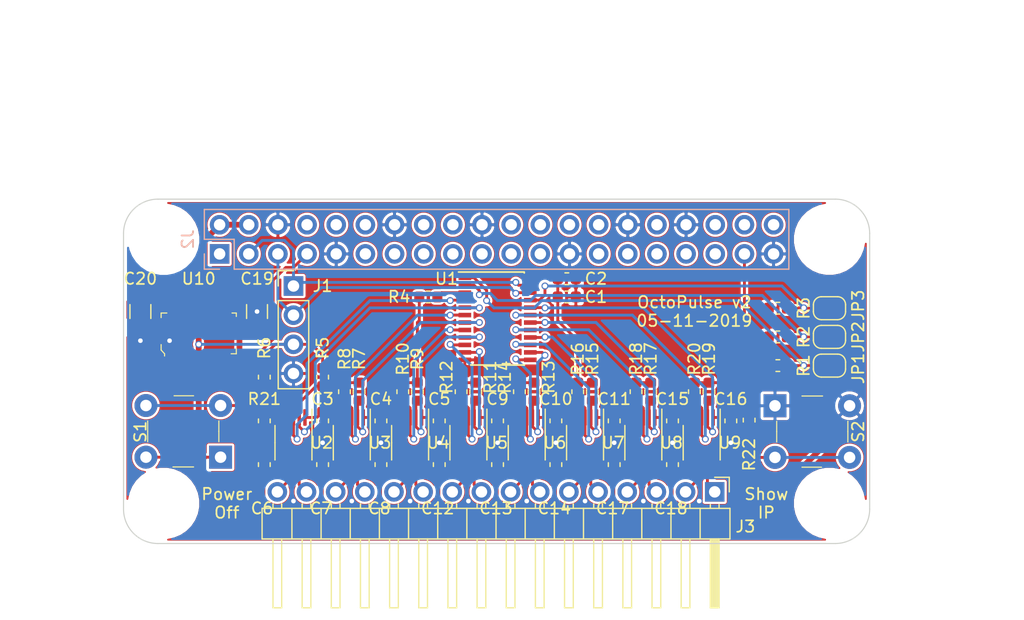
<source format=kicad_pcb>
(kicad_pcb (version 20171130) (host pcbnew "(5.1.4)-1")
  (layers (0 F.Cu signal) (31 B.Cu signal) (34 B.Paste user) (35 F.Paste user) (36 B.SilkS user) (37 F.SilkS user) (38 B.Mask user) (39 F.Mask user) (44 Edge.Cuts user))
  (net 0 "")
  (net 1 GND)
  (net 2 /SCL_PI)
  (net 3 /SDA_PI)
  (net 4 +3V3)
  (net 5 "Net-(C3-Pad1)")
  (net 6 "Net-(C4-Pad1)")
  (net 7 "Net-(C5-Pad1)")
  (net 8 "Net-(C9-Pad1)")
  (net 9 "Net-(C10-Pad1)")
  (net 10 "Net-(C11-Pad1)")
  (net 11 "Net-(C15-Pad1)")
  (net 12 "Net-(C16-Pad1)")
  (net 13 /MOT-7)
  (net 14 /MOT+7)
  (net 15 /MOT-6)
  (net 16 /MOT+6)
  (net 17 /MOT-5)
  (net 18 /MOT+5)
  (net 19 /MOT-4)
  (net 20 /MOT+4)
  (net 21 /MOT-3)
  (net 22 /MOT+3)
  (net 23 /MOT-2)
  (net 24 /MOT+2)
  (net 25 /MOT-1)
  (net 26 /MOT+1)
  (net 27 /MOT-0)
  (net 28 /MOT+0)
  (net 29 /A0)
  (net 30 /A1)
  (net 31 /A2)
  (net 32 "Net-(R4-Pad2)")
  (net 33 /SDA0)
  (net 34 /SCL0)
  (net 35 /SCL1)
  (net 36 /SDA1)
  (net 37 /SCL2)
  (net 38 /SDA2)
  (net 39 /SDA3)
  (net 40 /SCL3)
  (net 41 /SCL4)
  (net 42 /SDA4)
  (net 43 /SCL5)
  (net 44 /SDA5)
  (net 45 /SDA6)
  (net 46 /SCL6)
  (net 47 /SDA7)
  (net 48 /SCL7)
  (net 49 +5V)
  (net 50 /IP_BTN)
  (net 51 /SHDN_BTN)
  (module digikey-footprints:Switch_Tactile_THT_B3F-1xxx (layer F.Cu) (at 69.2488 42.4894)
    (fp_text reference S2 (at 7.2512 2.2606 90) (layer F.SilkS))
    (fp_text value B3F-1000)
    (pad 4 thru_hole circle (at 6.5012 4.5106) (size 2 2) (drill 1) (layers *.Cu *.Mask) (net 50 /IP_BTN))
    (pad 3 thru_hole circle (at 0.0012 4.5106) (size 2 2) (drill 1) (layers *.Cu *.Mask) (net 50 /IP_BTN))
    (pad 2 thru_hole circle (at 6.5012 0.0106) (size 2 2) (drill 1) (layers *.Cu *.Mask) (net 1 GND))
    (pad 1 thru_hole rect (at 0.0012 0.0106) (size 2 2) (drill 1) (layers *.Cu *.Mask) (net 1 GND))
  )
  (module Resistor_SMD:R_0603_1608Metric (layer F.Cu) (at 67 43.75 270)
    (fp_text reference R22 (at 3 0 270) (layer F.SilkS))
    (fp_text value 10K)
    (pad 2 smd roundrect (at 0.7875 0 270) (size 0.875 0.95) (layers F.Cu F.Paste F.Mask) (net 50 /IP_BTN))
    (pad 1 smd roundrect (at -0.7875 0 270) (size 0.875 0.95) (layers F.Cu F.Paste F.Mask) (net 4 +3V3))
  )
  (module Capacitor_SMD:C_1206_3216Metric (layer F.Cu) (at 13.97 34.29 270)
    (fp_text reference C20 (at -2.8575 0 180) (layer F.SilkS))
    (fp_text value 22u)
    (pad 1 smd roundrect (at -1.4 0 270) (size 1.25 1.75) (layers F.Cu F.Paste F.Mask) (roundrect_rratio 0.2) (net 4 +3V3))
    (pad 2 smd roundrect (at 1.4 0 270) (size 1.25 1.75) (layers F.Cu F.Paste F.Mask) (roundrect_rratio 0.2) (net 1 GND))
  )
  (module Capacitor_SMD:C_0603_1608Metric (layer F.Cu) (at 29.845 43.815 270)
    (fp_text reference C3 (at -1.905 0 180) (layer F.SilkS))
    (fp_text value 1u)
    (pad 2 smd roundrect (at 0.7875 0 270) (size 0.875 0.95) (layers F.Cu F.Paste F.Mask) (net 1 GND))
    (pad 1 smd roundrect (at -0.7875 0 270) (size 0.875 0.95) (layers F.Cu F.Paste F.Mask) (net 5 "Net-(C3-Pad1)"))
  )
  (module RPi_Hat:RPi_Hat_Mounting_Hole (layer F.Cu) (at 16 51)
    (fp_text reference "" hide)
    (fp_text value "" hide)
    (pad "" np_thru_hole circle (at 0 0) (size 2.75 2.75) (drill 2.75) (layers *.Cu *.Mask) (clearance 1.725))
  )
  (module RPi_Hat:RPi_Hat_Mounting_Hole (layer F.Cu) (at 74 28)
    (fp_text reference "" hide)
    (fp_text value "" hide)
    (pad "" np_thru_hole circle (at 0 0) (size 2.75 2.75) (drill 2.75) (layers *.Cu *.Mask) (clearance 1.725))
  )
  (module RPi_Hat:RPi_Hat_Mounting_Hole (layer F.Cu) (at 74 51)
    (fp_text reference "" hide)
    (fp_text value "" hide)
    (pad "" np_thru_hole circle (at 0 0) (size 2.75 2.75) (drill 2.75) (layers *.Cu *.Mask) (clearance 1.725))
  )
  (module RPi_Hat:RPi_Hat_Mounting_Hole (layer F.Cu) (at 16 28)
    (fp_text reference "" hide)
    (fp_text value "" hide)
    (pad "" np_thru_hole circle (at 0 0) (size 2.75 2.75) (drill 2.75) (layers *.Cu *.Mask) (clearance 1.725))
  )
  (module Connector_PinSocket_2.54mm:PinSocket_2x20_P2.54mm_Vertical (layer B.Cu) (at 20.87 29.27 270)
    (fp_text reference J2 (at -1.27 2.77 270) (layer B.SilkS) (effects (justify mirror)))
    (fp_text value RPi_GPIO)
    (pad 1 thru_hole rect (at 0 0 270) (size 1.7 1.7) (drill 1) (layers *.Cu *.Mask))
    (pad 2 thru_hole oval (at -2.54 0 270) (size 1.7 1.7) (drill 1) (layers *.Cu *.Mask) (net 49 +5V))
    (pad 3 thru_hole oval (at 0 -2.54 270) (size 1.7 1.7) (drill 1) (layers *.Cu *.Mask) (net 3 /SDA_PI))
    (pad 4 thru_hole oval (at -2.54 -2.54 270) (size 1.7 1.7) (drill 1) (layers *.Cu *.Mask) (net 49 +5V))
    (pad 5 thru_hole oval (at 0 -5.08 270) (size 1.7 1.7) (drill 1) (layers *.Cu *.Mask) (net 2 /SCL_PI))
    (pad 6 thru_hole oval (at -2.54 -5.08 270) (size 1.7 1.7) (drill 1) (layers *.Cu *.Mask) (net 1 GND))
    (pad 7 thru_hole oval (at 0 -7.62 270) (size 1.7 1.7) (drill 1) (layers *.Cu *.Mask) (net 51 /SHDN_BTN))
    (pad 8 thru_hole oval (at -2.54 -7.62 270) (size 1.7 1.7) (drill 1) (layers *.Cu *.Mask))
    (pad 9 thru_hole oval (at 0 -10.16 270) (size 1.7 1.7) (drill 1) (layers *.Cu *.Mask) (net 1 GND))
    (pad 10 thru_hole oval (at -2.54 -10.16 270) (size 1.7 1.7) (drill 1) (layers *.Cu *.Mask))
    (pad 11 thru_hole oval (at 0 -12.7 270) (size 1.7 1.7) (drill 1) (layers *.Cu *.Mask))
    (pad 12 thru_hole oval (at -2.54 -12.7 270) (size 1.7 1.7) (drill 1) (layers *.Cu *.Mask))
    (pad 13 thru_hole oval (at 0 -15.24 270) (size 1.7 1.7) (drill 1) (layers *.Cu *.Mask))
    (pad 14 thru_hole oval (at -2.54 -15.24 270) (size 1.7 1.7) (drill 1) (layers *.Cu *.Mask) (net 1 GND))
    (pad 15 thru_hole oval (at 0 -17.78 270) (size 1.7 1.7) (drill 1) (layers *.Cu *.Mask))
    (pad 16 thru_hole oval (at -2.54 -17.78 270) (size 1.7 1.7) (drill 1) (layers *.Cu *.Mask))
    (pad 17 thru_hole oval (at 0 -20.32 270) (size 1.7 1.7) (drill 1) (layers *.Cu *.Mask))
    (pad 18 thru_hole oval (at -2.54 -20.32 270) (size 1.7 1.7) (drill 1) (layers *.Cu *.Mask))
    (pad 19 thru_hole oval (at 0 -22.86 270) (size 1.7 1.7) (drill 1) (layers *.Cu *.Mask))
    (pad 20 thru_hole oval (at -2.54 -22.86 270) (size 1.7 1.7) (drill 1) (layers *.Cu *.Mask) (net 1 GND))
    (pad 21 thru_hole oval (at 0 -25.4 270) (size 1.7 1.7) (drill 1) (layers *.Cu *.Mask))
    (pad 22 thru_hole oval (at -2.54 -25.4 270) (size 1.7 1.7) (drill 1) (layers *.Cu *.Mask))
    (pad 23 thru_hole oval (at 0 -27.94 270) (size 1.7 1.7) (drill 1) (layers *.Cu *.Mask))
    (pad 24 thru_hole oval (at -2.54 -27.94 270) (size 1.7 1.7) (drill 1) (layers *.Cu *.Mask))
    (pad 25 thru_hole oval (at 0 -30.48 270) (size 1.7 1.7) (drill 1) (layers *.Cu *.Mask) (net 1 GND))
    (pad 26 thru_hole oval (at -2.54 -30.48 270) (size 1.7 1.7) (drill 1) (layers *.Cu *.Mask))
    (pad 27 thru_hole oval (at 0 -33.02 270) (size 1.7 1.7) (drill 1) (layers *.Cu *.Mask))
    (pad 28 thru_hole oval (at -2.54 -33.02 270) (size 1.7 1.7) (drill 1) (layers *.Cu *.Mask))
    (pad 29 thru_hole oval (at 0 -35.56 270) (size 1.7 1.7) (drill 1) (layers *.Cu *.Mask))
    (pad 30 thru_hole oval (at -2.54 -35.56 270) (size 1.7 1.7) (drill 1) (layers *.Cu *.Mask) (net 1 GND))
    (pad 31 thru_hole oval (at 0 -38.1 270) (size 1.7 1.7) (drill 1) (layers *.Cu *.Mask))
    (pad 32 thru_hole oval (at -2.54 -38.1 270) (size 1.7 1.7) (drill 1) (layers *.Cu *.Mask))
    (pad 33 thru_hole oval (at 0 -40.64 270) (size 1.7 1.7) (drill 1) (layers *.Cu *.Mask))
    (pad 34 thru_hole oval (at -2.54 -40.64 270) (size 1.7 1.7) (drill 1) (layers *.Cu *.Mask) (net 1 GND))
    (pad 35 thru_hole oval (at 0 -43.18 270) (size 1.7 1.7) (drill 1) (layers *.Cu *.Mask))
    (pad 36 thru_hole oval (at -2.54 -43.18 270) (size 1.7 1.7) (drill 1) (layers *.Cu *.Mask))
    (pad 37 thru_hole oval (at 0 -45.72 270) (size 1.7 1.7) (drill 1) (layers *.Cu *.Mask) (net 50 /IP_BTN))
    (pad 38 thru_hole oval (at -2.54 -45.72 270) (size 1.7 1.7) (drill 1) (layers *.Cu *.Mask))
    (pad 39 thru_hole oval (at 0 -48.26 270) (size 1.7 1.7) (drill 1) (layers *.Cu *.Mask) (net 1 GND))
    (pad 40 thru_hole oval (at -2.54 -48.26 270) (size 1.7 1.7) (drill 1) (layers *.Cu *.Mask))
  )
  (module Package_SO:TSSOP-24_4.4x7.8mm_P0.65mm (layer F.Cu) (at 45.085 34.925)
    (fp_text reference U1 (at -4.445 -3.4925) (layer F.SilkS))
    (fp_text value TCA9548APW)
    (pad 1 smd rect (at -2.85 -3.575) (size 1.1 0.4) (layers F.Cu F.Paste F.Mask) (net 29 /A0))
    (pad 2 smd rect (at -2.85 -2.925) (size 1.1 0.4) (layers F.Cu F.Paste F.Mask) (net 30 /A1))
    (pad 3 smd rect (at -2.85 -2.275) (size 1.1 0.4) (layers F.Cu F.Paste F.Mask) (net 32 "Net-(R4-Pad2)"))
    (pad 4 smd rect (at -2.85 -1.625) (size 1.1 0.4) (layers F.Cu F.Paste F.Mask) (net 33 /SDA0))
    (pad 5 smd rect (at -2.85 -0.975) (size 1.1 0.4) (layers F.Cu F.Paste F.Mask) (net 34 /SCL0))
    (pad 6 smd rect (at -2.85 -0.325) (size 1.1 0.4) (layers F.Cu F.Paste F.Mask) (net 36 /SDA1))
    (pad 7 smd rect (at -2.85 0.325) (size 1.1 0.4) (layers F.Cu F.Paste F.Mask) (net 35 /SCL1))
    (pad 8 smd rect (at -2.85 0.975) (size 1.1 0.4) (layers F.Cu F.Paste F.Mask) (net 38 /SDA2))
    (pad 9 smd rect (at -2.85 1.625) (size 1.1 0.4) (layers F.Cu F.Paste F.Mask) (net 37 /SCL2))
    (pad 10 smd rect (at -2.85 2.275) (size 1.1 0.4) (layers F.Cu F.Paste F.Mask) (net 39 /SDA3))
    (pad 11 smd rect (at -2.85 2.925) (size 1.1 0.4) (layers F.Cu F.Paste F.Mask) (net 40 /SCL3))
    (pad 12 smd rect (at -2.85 3.575) (size 1.1 0.4) (layers F.Cu F.Paste F.Mask) (net 1 GND))
    (pad 13 smd rect (at 2.85 3.575) (size 1.1 0.4) (layers F.Cu F.Paste F.Mask) (net 42 /SDA4))
    (pad 14 smd rect (at 2.85 2.925) (size 1.1 0.4) (layers F.Cu F.Paste F.Mask) (net 41 /SCL4))
    (pad 15 smd rect (at 2.85 2.275) (size 1.1 0.4) (layers F.Cu F.Paste F.Mask) (net 44 /SDA5))
    (pad 16 smd rect (at 2.85 1.625) (size 1.1 0.4) (layers F.Cu F.Paste F.Mask) (net 43 /SCL5))
    (pad 17 smd rect (at 2.85 0.975) (size 1.1 0.4) (layers F.Cu F.Paste F.Mask) (net 45 /SDA6))
    (pad 18 smd rect (at 2.85 0.325) (size 1.1 0.4) (layers F.Cu F.Paste F.Mask) (net 46 /SCL6))
    (pad 19 smd rect (at 2.85 -0.325) (size 1.1 0.4) (layers F.Cu F.Paste F.Mask) (net 47 /SDA7))
    (pad 20 smd rect (at 2.85 -0.975) (size 1.1 0.4) (layers F.Cu F.Paste F.Mask) (net 48 /SCL7))
    (pad 21 smd rect (at 2.85 -1.625) (size 1.1 0.4) (layers F.Cu F.Paste F.Mask) (net 31 /A2))
    (pad 22 smd rect (at 2.85 -2.275) (size 1.1 0.4) (layers F.Cu F.Paste F.Mask) (net 2 /SCL_PI))
    (pad 23 smd rect (at 2.85 -2.925) (size 1.1 0.4) (layers F.Cu F.Paste F.Mask) (net 3 /SDA_PI))
    (pad 24 smd rect (at 2.85 -3.575) (size 1.1 0.4) (layers F.Cu F.Paste F.Mask) (net 4 +3V3))
  )
  (module Capacitor_SMD:C_0603_1608Metric (layer F.Cu) (at 51.1175 33.02)
    (fp_text reference C1 (at 2.54 0) (layer F.SilkS))
    (fp_text value 100n)
    (pad 2 smd roundrect (at 0.7875 0) (size 0.875 0.95) (layers F.Cu F.Paste F.Mask) (net 1 GND))
    (pad 1 smd roundrect (at -0.7875 0) (size 0.875 0.95) (layers F.Cu F.Paste F.Mask) (net 4 +3V3))
  )
  (module Capacitor_SMD:C_0603_1608Metric (layer F.Cu) (at 51.1175 31.4325)
    (fp_text reference C2 (at 2.54 0) (layer F.SilkS))
    (fp_text value 1u)
    (pad 1 smd roundrect (at -0.7875 0) (size 0.875 0.95) (layers F.Cu F.Paste F.Mask) (net 4 +3V3))
    (pad 2 smd roundrect (at 0.7875 0) (size 0.875 0.95) (layers F.Cu F.Paste F.Mask) (net 1 GND))
  )
  (module Capacitor_SMD:C_0603_1608Metric (layer F.Cu) (at 34.925 43.815 270)
    (fp_text reference C4 (at -1.905 0 180) (layer F.SilkS))
    (fp_text value 1u)
    (pad 2 smd roundrect (at 0.7875 0 270) (size 0.875 0.95) (layers F.Cu F.Paste F.Mask) (net 1 GND))
    (pad 1 smd roundrect (at -0.7875 0 270) (size 0.875 0.95) (layers F.Cu F.Paste F.Mask) (net 6 "Net-(C4-Pad1)"))
  )
  (module Capacitor_SMD:C_0603_1608Metric (layer F.Cu) (at 40.005 43.815 270)
    (fp_text reference C5 (at -1.905 0 180) (layer F.SilkS))
    (fp_text value 1u)
    (pad 2 smd roundrect (at 0.7875 0 270) (size 0.875 0.95) (layers F.Cu F.Paste F.Mask) (net 1 GND))
    (pad 1 smd roundrect (at -0.7875 0 270) (size 0.875 0.95) (layers F.Cu F.Paste F.Mask) (net 7 "Net-(C5-Pad1)"))
  )
  (module Capacitor_SMD:C_0603_1608Metric (layer F.Cu) (at 24.765 47.625 90)
    (fp_text reference C6 (at -3.815 -0.195 180) (layer F.SilkS))
    (fp_text value 1u)
    (pad 1 smd roundrect (at -0.7875 0 90) (size 0.875 0.95) (layers F.Cu F.Paste F.Mask) (net 4 +3V3))
    (pad 2 smd roundrect (at 0.7875 0 90) (size 0.875 0.95) (layers F.Cu F.Paste F.Mask) (net 1 GND))
  )
  (module Capacitor_SMD:C_0603_1608Metric (layer F.Cu) (at 29.845 47.625 90)
    (fp_text reference C7 (at -3.815 -0.135 180) (layer F.SilkS))
    (fp_text value 1u)
    (pad 1 smd roundrect (at -0.7875 0 90) (size 0.875 0.95) (layers F.Cu F.Paste F.Mask) (net 4 +3V3))
    (pad 2 smd roundrect (at 0.7875 0 90) (size 0.875 0.95) (layers F.Cu F.Paste F.Mask) (net 1 GND))
  )
  (module Capacitor_SMD:C_0603_1608Metric (layer F.Cu) (at 34.925 47.625 90)
    (fp_text reference C8 (at -3.815 -0.135 180) (layer F.SilkS))
    (fp_text value 1u)
    (pad 1 smd roundrect (at -0.7875 0 90) (size 0.875 0.95) (layers F.Cu F.Paste F.Mask) (net 4 +3V3))
    (pad 2 smd roundrect (at 0.7875 0 90) (size 0.875 0.95) (layers F.Cu F.Paste F.Mask) (net 1 GND))
  )
  (module Capacitor_SMD:C_0603_1608Metric (layer F.Cu) (at 45.085 43.815 270)
    (fp_text reference C9 (at -1.905 0 180) (layer F.SilkS))
    (fp_text value 1u)
    (pad 2 smd roundrect (at 0.7875 0 270) (size 0.875 0.95) (layers F.Cu F.Paste F.Mask) (net 1 GND))
    (pad 1 smd roundrect (at -0.7875 0 270) (size 0.875 0.95) (layers F.Cu F.Paste F.Mask) (net 8 "Net-(C9-Pad1)"))
  )
  (module Capacitor_SMD:C_0603_1608Metric (layer F.Cu) (at 50.165 43.815 270)
    (fp_text reference C10 (at -1.905 0 180) (layer F.SilkS))
    (fp_text value 1u)
    (pad 1 smd roundrect (at -0.7875 0 270) (size 0.875 0.95) (layers F.Cu F.Paste F.Mask) (net 9 "Net-(C10-Pad1)"))
    (pad 2 smd roundrect (at 0.7875 0 270) (size 0.875 0.95) (layers F.Cu F.Paste F.Mask) (net 1 GND))
  )
  (module Capacitor_SMD:C_0603_1608Metric (layer F.Cu) (at 55.245 43.815 270)
    (fp_text reference C11 (at -1.905 0 180) (layer F.SilkS))
    (fp_text value 1u)
    (pad 2 smd roundrect (at 0.7875 0 270) (size 0.875 0.95) (layers F.Cu F.Paste F.Mask) (net 1 GND))
    (pad 1 smd roundrect (at -0.7875 0 270) (size 0.875 0.95) (layers F.Cu F.Paste F.Mask) (net 10 "Net-(C11-Pad1)"))
  )
  (module Capacitor_SMD:C_0603_1608Metric (layer F.Cu) (at 40.005 47.625 90)
    (fp_text reference C12 (at -3.815 -0.135 180) (layer F.SilkS))
    (fp_text value 1u)
    (pad 2 smd roundrect (at 0.7875 0 90) (size 0.875 0.95) (layers F.Cu F.Paste F.Mask) (net 1 GND))
    (pad 1 smd roundrect (at -0.7875 0 90) (size 0.875 0.95) (layers F.Cu F.Paste F.Mask) (net 4 +3V3))
  )
  (module Capacitor_SMD:C_0603_1608Metric (layer F.Cu) (at 45.085 47.625 90)
    (fp_text reference C13 (at -3.815 -0.135 180) (layer F.SilkS))
    (fp_text value 1u)
    (pad 2 smd roundrect (at 0.7875 0 90) (size 0.875 0.95) (layers F.Cu F.Paste F.Mask) (net 1 GND))
    (pad 1 smd roundrect (at -0.7875 0 90) (size 0.875 0.95) (layers F.Cu F.Paste F.Mask) (net 4 +3V3))
  )
  (module Capacitor_SMD:C_0603_1608Metric (layer F.Cu) (at 50.165 47.625 90)
    (fp_text reference C14 (at -3.815 -0.135 180) (layer F.SilkS))
    (fp_text value 1u)
    (pad 1 smd roundrect (at -0.7875 0 90) (size 0.875 0.95) (layers F.Cu F.Paste F.Mask) (net 4 +3V3))
    (pad 2 smd roundrect (at 0.7875 0 90) (size 0.875 0.95) (layers F.Cu F.Paste F.Mask) (net 1 GND))
  )
  (module Capacitor_SMD:C_0603_1608Metric (layer F.Cu) (at 60.325 43.815 270)
    (fp_text reference C15 (at -1.905 0 180) (layer F.SilkS))
    (fp_text value 1u)
    (pad 1 smd roundrect (at -0.7875 0 270) (size 0.875 0.95) (layers F.Cu F.Paste F.Mask) (net 11 "Net-(C15-Pad1)"))
    (pad 2 smd roundrect (at 0.7875 0 270) (size 0.875 0.95) (layers F.Cu F.Paste F.Mask) (net 1 GND))
  )
  (module Capacitor_SMD:C_0603_1608Metric (layer F.Cu) (at 65.405 43.815 270)
    (fp_text reference C16 (at -1.905 0 180) (layer F.SilkS))
    (fp_text value 1u)
    (pad 2 smd roundrect (at 0.7875 0 270) (size 0.875 0.95) (layers F.Cu F.Paste F.Mask) (net 1 GND))
    (pad 1 smd roundrect (at -0.7875 0 270) (size 0.875 0.95) (layers F.Cu F.Paste F.Mask) (net 12 "Net-(C16-Pad1)"))
  )
  (module Capacitor_SMD:C_0603_1608Metric (layer F.Cu) (at 55.245 47.625 90)
    (fp_text reference C17 (at -3.815 -0.135 180) (layer F.SilkS))
    (fp_text value 1u)
    (pad 1 smd roundrect (at -0.7875 0 90) (size 0.875 0.95) (layers F.Cu F.Paste F.Mask) (net 4 +3V3))
    (pad 2 smd roundrect (at 0.7875 0 90) (size 0.875 0.95) (layers F.Cu F.Paste F.Mask) (net 1 GND))
  )
  (module Capacitor_SMD:C_0603_1608Metric (layer F.Cu) (at 60.325 47.625 90)
    (fp_text reference C18 (at -3.815 -0.135 180) (layer F.SilkS))
    (fp_text value 1u)
    (pad 1 smd roundrect (at -0.7875 0 90) (size 0.875 0.95) (layers F.Cu F.Paste F.Mask) (net 4 +3V3))
    (pad 2 smd roundrect (at 0.7875 0 90) (size 0.875 0.95) (layers F.Cu F.Paste F.Mask) (net 1 GND))
  )
  (module Connector_PinHeader_2.54mm:PinHeader_1x16_P2.54mm_Horizontal (layer F.Cu) (at 64 50 270)
    (fp_text reference J3 (at 3.0225 -2.675 180) (layer F.SilkS))
    (fp_text value Conn_01x16_Male)
    (pad 1 thru_hole rect (at 0 0 270) (size 1.7 1.7) (drill 1) (layers *.Cu *.Mask) (net 13 /MOT-7))
    (pad 2 thru_hole oval (at 0 2.54 270) (size 1.7 1.7) (drill 1) (layers *.Cu *.Mask) (net 14 /MOT+7))
    (pad 3 thru_hole oval (at 0 5.08 270) (size 1.7 1.7) (drill 1) (layers *.Cu *.Mask) (net 15 /MOT-6))
    (pad 4 thru_hole oval (at 0 7.62 270) (size 1.7 1.7) (drill 1) (layers *.Cu *.Mask) (net 16 /MOT+6))
    (pad 5 thru_hole oval (at 0 10.16 270) (size 1.7 1.7) (drill 1) (layers *.Cu *.Mask) (net 17 /MOT-5))
    (pad 6 thru_hole oval (at 0 12.7 270) (size 1.7 1.7) (drill 1) (layers *.Cu *.Mask) (net 18 /MOT+5))
    (pad 7 thru_hole oval (at 0 15.24 270) (size 1.7 1.7) (drill 1) (layers *.Cu *.Mask) (net 19 /MOT-4))
    (pad 8 thru_hole oval (at 0 17.78 270) (size 1.7 1.7) (drill 1) (layers *.Cu *.Mask) (net 20 /MOT+4))
    (pad 9 thru_hole oval (at 0 20.32 270) (size 1.7 1.7) (drill 1) (layers *.Cu *.Mask) (net 21 /MOT-3))
    (pad 10 thru_hole oval (at 0 22.86 270) (size 1.7 1.7) (drill 1) (layers *.Cu *.Mask) (net 22 /MOT+3))
    (pad 11 thru_hole oval (at 0 25.4 270) (size 1.7 1.7) (drill 1) (layers *.Cu *.Mask) (net 23 /MOT-2))
    (pad 12 thru_hole oval (at 0 27.94 270) (size 1.7 1.7) (drill 1) (layers *.Cu *.Mask) (net 24 /MOT+2))
    (pad 13 thru_hole oval (at 0 30.48 270) (size 1.7 1.7) (drill 1) (layers *.Cu *.Mask) (net 25 /MOT-1))
    (pad 14 thru_hole oval (at 0 33.02 270) (size 1.7 1.7) (drill 1) (layers *.Cu *.Mask) (net 26 /MOT+1))
    (pad 15 thru_hole oval (at 0 35.56 270) (size 1.7 1.7) (drill 1) (layers *.Cu *.Mask) (net 27 /MOT-0))
    (pad 16 thru_hole oval (at 0 38.1 270) (size 1.7 1.7) (drill 1) (layers *.Cu *.Mask) (net 28 /MOT+0))
  )
  (module Resistor_SMD:R_0603_1608Metric (layer F.Cu) (at 69.5 39 180)
    (fp_text reference R1 (at -2.25 0 90) (layer F.SilkS))
    (fp_text value 10K)
    (pad 1 smd roundrect (at -0.7875 0 180) (size 0.875 0.95) (layers F.Cu F.Paste F.Mask) (net 29 /A0))
    (pad 2 smd roundrect (at 0.7875 0 180) (size 0.875 0.95) (layers F.Cu F.Paste F.Mask) (net 1 GND))
  )
  (module Resistor_SMD:R_0603_1608Metric (layer F.Cu) (at 69.5 36.5 180)
    (fp_text reference R2 (at -2.25 0 90) (layer F.SilkS))
    (fp_text value 10K)
    (pad 2 smd roundrect (at 0.7875 0 180) (size 0.875 0.95) (layers F.Cu F.Paste F.Mask) (net 1 GND))
    (pad 1 smd roundrect (at -0.7875 0 180) (size 0.875 0.95) (layers F.Cu F.Paste F.Mask) (net 30 /A1))
  )
  (module Resistor_SMD:R_0603_1608Metric (layer F.Cu) (at 69.5 34 180)
    (fp_text reference R3 (at -2.25 0 90) (layer F.SilkS))
    (fp_text value 10K)
    (pad 1 smd roundrect (at -0.7875 0 180) (size 0.875 0.95) (layers F.Cu F.Paste F.Mask) (net 31 /A2))
    (pad 2 smd roundrect (at 0.7875 0 180) (size 0.875 0.95) (layers F.Cu F.Paste F.Mask) (net 1 GND))
  )
  (module Resistor_SMD:R_0603_1608Metric (layer F.Cu) (at 39.0525 33.02)
    (fp_text reference R4 (at -2.54 0) (layer F.SilkS))
    (fp_text value 10K)
    (pad 2 smd roundrect (at 0.7875 0) (size 0.875 0.95) (layers F.Cu F.Paste F.Mask) (net 32 "Net-(R4-Pad2)"))
    (pad 1 smd roundrect (at -0.7875 0) (size 0.875 0.95) (layers F.Cu F.Paste F.Mask) (net 4 +3V3))
  )
  (module Package_SO:VSSOP-10_3x3mm_P0.5mm (layer F.Cu) (at 27.305 45.72 270)
    (fp_text reference U2 (at 0 -2.45 180) (layer F.SilkS))
    (fp_text value DRV2605L)
    (pad 10 smd roundrect (at 2.2 -1 270) (size 1.45 0.3) (layers F.Cu F.Paste F.Mask) (net 4 +3V3))
    (pad 9 smd roundrect (at 2.2 -0.5 270) (size 1.45 0.3) (layers F.Cu F.Paste F.Mask) (net 27 /MOT-0))
    (pad 8 smd roundrect (at 2.2 0 270) (size 1.45 0.3) (layers F.Cu F.Paste F.Mask) (net 1 GND))
    (pad 7 smd roundrect (at 2.2 0.5 270) (size 1.45 0.3) (layers F.Cu F.Paste F.Mask) (net 28 /MOT+0))
    (pad 6 smd roundrect (at 2.2 1 270) (size 1.45 0.3) (layers F.Cu F.Paste F.Mask) (net 4 +3V3))
    (pad 5 smd roundrect (at -2.2 1 270) (size 1.45 0.3) (layers F.Cu F.Paste F.Mask) (net 4 +3V3))
    (pad 4 smd roundrect (at -2.2 0.5 270) (size 1.45 0.3) (layers F.Cu F.Paste F.Mask))
    (pad 3 smd roundrect (at -2.2 0 270) (size 1.45 0.3) (layers F.Cu F.Paste F.Mask) (net 33 /SDA0))
    (pad 2 smd roundrect (at -2.2 -0.5 270) (size 1.45 0.3) (layers F.Cu F.Paste F.Mask) (net 34 /SCL0))
    (pad 1 smd roundrect (at -2.2 -1 270) (size 1.45 0.3) (layers F.Cu F.Paste F.Mask) (net 5 "Net-(C3-Pad1)"))
  )
  (module Package_SO:VSSOP-10_3x3mm_P0.5mm (layer F.Cu) (at 32.385 45.72 270)
    (fp_text reference U3 (at 0 -2.45 180) (layer F.SilkS))
    (fp_text value DRV2605L)
    (pad 1 smd roundrect (at -2.2 -1 270) (size 1.45 0.3) (layers F.Cu F.Paste F.Mask) (net 6 "Net-(C4-Pad1)"))
    (pad 2 smd roundrect (at -2.2 -0.5 270) (size 1.45 0.3) (layers F.Cu F.Paste F.Mask) (net 35 /SCL1))
    (pad 3 smd roundrect (at -2.2 0 270) (size 1.45 0.3) (layers F.Cu F.Paste F.Mask) (net 36 /SDA1))
    (pad 4 smd roundrect (at -2.2 0.5 270) (size 1.45 0.3) (layers F.Cu F.Paste F.Mask))
    (pad 5 smd roundrect (at -2.2 1 270) (size 1.45 0.3) (layers F.Cu F.Paste F.Mask) (net 4 +3V3))
    (pad 6 smd roundrect (at 2.2 1 270) (size 1.45 0.3) (layers F.Cu F.Paste F.Mask) (net 4 +3V3))
    (pad 7 smd roundrect (at 2.2 0.5 270) (size 1.45 0.3) (layers F.Cu F.Paste F.Mask) (net 26 /MOT+1))
    (pad 8 smd roundrect (at 2.2 0 270) (size 1.45 0.3) (layers F.Cu F.Paste F.Mask) (net 1 GND))
    (pad 9 smd roundrect (at 2.2 -0.5 270) (size 1.45 0.3) (layers F.Cu F.Paste F.Mask) (net 25 /MOT-1))
    (pad 10 smd roundrect (at 2.2 -1 270) (size 1.45 0.3) (layers F.Cu F.Paste F.Mask) (net 4 +3V3))
  )
  (module Package_SO:VSSOP-10_3x3mm_P0.5mm (layer F.Cu) (at 37.465 45.72 270)
    (fp_text reference U4 (at 0 -2.45 180) (layer F.SilkS))
    (fp_text value DRV2605L)
    (pad 1 smd roundrect (at -2.2 -1 270) (size 1.45 0.3) (layers F.Cu F.Paste F.Mask) (net 7 "Net-(C5-Pad1)"))
    (pad 2 smd roundrect (at -2.2 -0.5 270) (size 1.45 0.3) (layers F.Cu F.Paste F.Mask) (net 37 /SCL2))
    (pad 3 smd roundrect (at -2.2 0 270) (size 1.45 0.3) (layers F.Cu F.Paste F.Mask) (net 38 /SDA2))
    (pad 4 smd roundrect (at -2.2 0.5 270) (size 1.45 0.3) (layers F.Cu F.Paste F.Mask))
    (pad 5 smd roundrect (at -2.2 1 270) (size 1.45 0.3) (layers F.Cu F.Paste F.Mask) (net 4 +3V3))
    (pad 6 smd roundrect (at 2.2 1 270) (size 1.45 0.3) (layers F.Cu F.Paste F.Mask) (net 4 +3V3))
    (pad 7 smd roundrect (at 2.2 0.5 270) (size 1.45 0.3) (layers F.Cu F.Paste F.Mask) (net 24 /MOT+2))
    (pad 8 smd roundrect (at 2.2 0 270) (size 1.45 0.3) (layers F.Cu F.Paste F.Mask) (net 1 GND))
    (pad 9 smd roundrect (at 2.2 -0.5 270) (size 1.45 0.3) (layers F.Cu F.Paste F.Mask) (net 23 /MOT-2))
    (pad 10 smd roundrect (at 2.2 -1 270) (size 1.45 0.3) (layers F.Cu F.Paste F.Mask) (net 4 +3V3))
  )
  (module Package_SO:VSSOP-10_3x3mm_P0.5mm (layer F.Cu) (at 42.545 45.72 270)
    (fp_text reference U5 (at 0 -2.45 180) (layer F.SilkS))
    (fp_text value DRV2605L)
    (pad 10 smd roundrect (at 2.2 -1 270) (size 1.45 0.3) (layers F.Cu F.Paste F.Mask) (net 4 +3V3))
    (pad 9 smd roundrect (at 2.2 -0.5 270) (size 1.45 0.3) (layers F.Cu F.Paste F.Mask) (net 21 /MOT-3))
    (pad 8 smd roundrect (at 2.2 0 270) (size 1.45 0.3) (layers F.Cu F.Paste F.Mask) (net 1 GND))
    (pad 7 smd roundrect (at 2.2 0.5 270) (size 1.45 0.3) (layers F.Cu F.Paste F.Mask) (net 22 /MOT+3))
    (pad 6 smd roundrect (at 2.2 1 270) (size 1.45 0.3) (layers F.Cu F.Paste F.Mask) (net 4 +3V3))
    (pad 5 smd roundrect (at -2.2 1 270) (size 1.45 0.3) (layers F.Cu F.Paste F.Mask) (net 4 +3V3))
    (pad 4 smd roundrect (at -2.2 0.5 270) (size 1.45 0.3) (layers F.Cu F.Paste F.Mask))
    (pad 3 smd roundrect (at -2.2 0 270) (size 1.45 0.3) (layers F.Cu F.Paste F.Mask) (net 39 /SDA3))
    (pad 2 smd roundrect (at -2.2 -0.5 270) (size 1.45 0.3) (layers F.Cu F.Paste F.Mask) (net 40 /SCL3))
    (pad 1 smd roundrect (at -2.2 -1 270) (size 1.45 0.3) (layers F.Cu F.Paste F.Mask) (net 8 "Net-(C9-Pad1)"))
  )
  (module Package_SO:VSSOP-10_3x3mm_P0.5mm (layer F.Cu) (at 47.625 45.72 270)
    (fp_text reference U6 (at 0 -2.45 180) (layer F.SilkS))
    (fp_text value DRV2605L)
    (pad 1 smd roundrect (at -2.2 -1 270) (size 1.45 0.3) (layers F.Cu F.Paste F.Mask) (net 9 "Net-(C10-Pad1)"))
    (pad 2 smd roundrect (at -2.2 -0.5 270) (size 1.45 0.3) (layers F.Cu F.Paste F.Mask) (net 41 /SCL4))
    (pad 3 smd roundrect (at -2.2 0 270) (size 1.45 0.3) (layers F.Cu F.Paste F.Mask) (net 42 /SDA4))
    (pad 4 smd roundrect (at -2.2 0.5 270) (size 1.45 0.3) (layers F.Cu F.Paste F.Mask))
    (pad 5 smd roundrect (at -2.2 1 270) (size 1.45 0.3) (layers F.Cu F.Paste F.Mask) (net 4 +3V3))
    (pad 6 smd roundrect (at 2.2 1 270) (size 1.45 0.3) (layers F.Cu F.Paste F.Mask) (net 4 +3V3))
    (pad 7 smd roundrect (at 2.2 0.5 270) (size 1.45 0.3) (layers F.Cu F.Paste F.Mask) (net 20 /MOT+4))
    (pad 8 smd roundrect (at 2.2 0 270) (size 1.45 0.3) (layers F.Cu F.Paste F.Mask) (net 1 GND))
    (pad 9 smd roundrect (at 2.2 -0.5 270) (size 1.45 0.3) (layers F.Cu F.Paste F.Mask) (net 19 /MOT-4))
    (pad 10 smd roundrect (at 2.2 -1 270) (size 1.45 0.3) (layers F.Cu F.Paste F.Mask) (net 4 +3V3))
  )
  (module Package_SO:VSSOP-10_3x3mm_P0.5mm (layer F.Cu) (at 52.705 45.72 270)
    (fp_text reference U7 (at 0 -2.45 180) (layer F.SilkS))
    (fp_text value DRV2605L)
    (pad 1 smd roundrect (at -2.2 -1 270) (size 1.45 0.3) (layers F.Cu F.Paste F.Mask) (net 10 "Net-(C11-Pad1)"))
    (pad 2 smd roundrect (at -2.2 -0.5 270) (size 1.45 0.3) (layers F.Cu F.Paste F.Mask) (net 43 /SCL5))
    (pad 3 smd roundrect (at -2.2 0 270) (size 1.45 0.3) (layers F.Cu F.Paste F.Mask) (net 44 /SDA5))
    (pad 4 smd roundrect (at -2.2 0.5 270) (size 1.45 0.3) (layers F.Cu F.Paste F.Mask))
    (pad 5 smd roundrect (at -2.2 1 270) (size 1.45 0.3) (layers F.Cu F.Paste F.Mask) (net 4 +3V3))
    (pad 6 smd roundrect (at 2.2 1 270) (size 1.45 0.3) (layers F.Cu F.Paste F.Mask) (net 4 +3V3))
    (pad 7 smd roundrect (at 2.2 0.5 270) (size 1.45 0.3) (layers F.Cu F.Paste F.Mask) (net 18 /MOT+5))
    (pad 8 smd roundrect (at 2.2 0 270) (size 1.45 0.3) (layers F.Cu F.Paste F.Mask) (net 1 GND))
    (pad 9 smd roundrect (at 2.2 -0.5 270) (size 1.45 0.3) (layers F.Cu F.Paste F.Mask) (net 17 /MOT-5))
    (pad 10 smd roundrect (at 2.2 -1 270) (size 1.45 0.3) (layers F.Cu F.Paste F.Mask) (net 4 +3V3))
  )
  (module Package_SO:VSSOP-10_3x3mm_P0.5mm (layer F.Cu) (at 57.785 45.72 270)
    (fp_text reference U8 (at 0 -2.45 180) (layer F.SilkS))
    (fp_text value DRV2605L)
    (pad 10 smd roundrect (at 2.2 -1 270) (size 1.45 0.3) (layers F.Cu F.Paste F.Mask) (net 4 +3V3))
    (pad 9 smd roundrect (at 2.2 -0.5 270) (size 1.45 0.3) (layers F.Cu F.Paste F.Mask) (net 15 /MOT-6))
    (pad 8 smd roundrect (at 2.2 0 270) (size 1.45 0.3) (layers F.Cu F.Paste F.Mask) (net 1 GND))
    (pad 7 smd roundrect (at 2.2 0.5 270) (size 1.45 0.3) (layers F.Cu F.Paste F.Mask) (net 16 /MOT+6))
    (pad 6 smd roundrect (at 2.2 1 270) (size 1.45 0.3) (layers F.Cu F.Paste F.Mask) (net 4 +3V3))
    (pad 5 smd roundrect (at -2.2 1 270) (size 1.45 0.3) (layers F.Cu F.Paste F.Mask) (net 4 +3V3))
    (pad 4 smd roundrect (at -2.2 0.5 270) (size 1.45 0.3) (layers F.Cu F.Paste F.Mask))
    (pad 3 smd roundrect (at -2.2 0 270) (size 1.45 0.3) (layers F.Cu F.Paste F.Mask) (net 45 /SDA6))
    (pad 2 smd roundrect (at -2.2 -0.5 270) (size 1.45 0.3) (layers F.Cu F.Paste F.Mask) (net 46 /SCL6))
    (pad 1 smd roundrect (at -2.2 -1 270) (size 1.45 0.3) (layers F.Cu F.Paste F.Mask) (net 11 "Net-(C15-Pad1)"))
  )
  (module Package_SO:VSSOP-10_3x3mm_P0.5mm (layer F.Cu) (at 62.865 45.72 270)
    (fp_text reference U9 (at 0 -2.45 180) (layer F.SilkS))
    (fp_text value DRV2605L)
    (pad 10 smd roundrect (at 2.2 -1 270) (size 1.45 0.3) (layers F.Cu F.Paste F.Mask) (net 4 +3V3))
    (pad 9 smd roundrect (at 2.2 -0.5 270) (size 1.45 0.3) (layers F.Cu F.Paste F.Mask) (net 13 /MOT-7))
    (pad 8 smd roundrect (at 2.2 0 270) (size 1.45 0.3) (layers F.Cu F.Paste F.Mask) (net 1 GND))
    (pad 7 smd roundrect (at 2.2 0.5 270) (size 1.45 0.3) (layers F.Cu F.Paste F.Mask) (net 14 /MOT+7))
    (pad 6 smd roundrect (at 2.2 1 270) (size 1.45 0.3) (layers F.Cu F.Paste F.Mask) (net 4 +3V3))
    (pad 5 smd roundrect (at -2.2 1 270) (size 1.45 0.3) (layers F.Cu F.Paste F.Mask) (net 4 +3V3))
    (pad 4 smd roundrect (at -2.2 0.5 270) (size 1.45 0.3) (layers F.Cu F.Paste F.Mask))
    (pad 3 smd roundrect (at -2.2 0 270) (size 1.45 0.3) (layers F.Cu F.Paste F.Mask) (net 47 /SDA7))
    (pad 2 smd roundrect (at -2.2 -0.5 270) (size 1.45 0.3) (layers F.Cu F.Paste F.Mask) (net 48 /SCL7))
    (pad 1 smd roundrect (at -2.2 -1 270) (size 1.45 0.3) (layers F.Cu F.Paste F.Mask) (net 12 "Net-(C16-Pad1)"))
  )
  (module Jumper:SolderJumper-2_P1.3mm_Open_RoundedPad1.0x1.5mm (layer F.Cu) (at 74 39 180)
    (fp_text reference JP1 (at -2.5 -0.25 90) (layer F.SilkS))
    (fp_text value SolderJumper_2_Open)
    (pad 1 smd custom (at -0.65 0 180) (size 1 0.5) (layers F.Cu F.Mask) (net 4 +3V3) (options (clearance outline) (anchor rect)) (primitives (gr_circle (center 0 0.25) (end 0.5 0.25) (width 0)) (gr_circle (center 0 -0.25) (end 0.5 -0.25) (width 0)) (gr_poly (pts (xy 0 -0.75) (xy 0.5 -0.75) (xy 0.5 0.75) (xy 0 0.75)) (width 0))))
    (pad 2 smd custom (at 0.65 0 180) (size 1 0.5) (layers F.Cu F.Mask) (net 29 /A0) (options (clearance outline) (anchor rect)) (primitives (gr_circle (center 0 0.25) (end 0.5 0.25) (width 0)) (gr_circle (center 0 -0.25) (end 0.5 -0.25) (width 0)) (gr_poly (pts (xy 0 -0.75) (xy -0.5 -0.75) (xy -0.5 0.75) (xy 0 0.75)) (width 0))))
  )
  (module Jumper:SolderJumper-2_P1.3mm_Open_RoundedPad1.0x1.5mm (layer F.Cu) (at 74 36.5 180)
    (fp_text reference JP2 (at -2.5 0 90) (layer F.SilkS))
    (fp_text value SolderJumper_2_Open)
    (pad 2 smd custom (at 0.65 0 180) (size 1 0.5) (layers F.Cu F.Mask) (net 30 /A1) (options (clearance outline) (anchor rect)) (primitives (gr_circle (center 0 0.25) (end 0.5 0.25) (width 0)) (gr_circle (center 0 -0.25) (end 0.5 -0.25) (width 0)) (gr_poly (pts (xy 0 -0.75) (xy -0.5 -0.75) (xy -0.5 0.75) (xy 0 0.75)) (width 0))))
    (pad 1 smd custom (at -0.65 0 180) (size 1 0.5) (layers F.Cu F.Mask) (net 4 +3V3) (options (clearance outline) (anchor rect)) (primitives (gr_circle (center 0 0.25) (end 0.5 0.25) (width 0)) (gr_circle (center 0 -0.25) (end 0.5 -0.25) (width 0)) (gr_poly (pts (xy 0 -0.75) (xy 0.5 -0.75) (xy 0.5 0.75) (xy 0 0.75)) (width 0))))
  )
  (module Jumper:SolderJumper-2_P1.3mm_Open_RoundedPad1.0x1.5mm (layer F.Cu) (at 74 34 180)
    (fp_text reference JP3 (at -2.5 0.25 90) (layer F.SilkS))
    (fp_text value SolderJumper_2_Open)
    (pad 1 smd custom (at -0.65 0 180) (size 1 0.5) (layers F.Cu F.Mask) (net 4 +3V3) (options (clearance outline) (anchor rect)) (primitives (gr_circle (center 0 0.25) (end 0.5 0.25) (width 0)) (gr_circle (center 0 -0.25) (end 0.5 -0.25) (width 0)) (gr_poly (pts (xy 0 -0.75) (xy 0.5 -0.75) (xy 0.5 0.75) (xy 0 0.75)) (width 0))))
    (pad 2 smd custom (at 0.65 0 180) (size 1 0.5) (layers F.Cu F.Mask) (net 31 /A2) (options (clearance outline) (anchor rect)) (primitives (gr_circle (center 0 0.25) (end 0.5 0.25) (width 0)) (gr_circle (center 0 -0.25) (end 0.5 -0.25) (width 0)) (gr_poly (pts (xy 0 -0.75) (xy -0.5 -0.75) (xy -0.5 0.75) (xy 0 0.75)) (width 0))))
  )
  (module Resistor_SMD:R_0603_1608Metric (layer F.Cu) (at 29.845 40.005 270)
    (fp_text reference R5 (at -2.54 0 90) (layer F.SilkS))
    (fp_text value 4.7K)
    (pad 2 smd roundrect (at 0.7875 0 270) (size 0.875 0.95) (layers F.Cu F.Paste F.Mask) (net 34 /SCL0))
    (pad 1 smd roundrect (at -0.7875 0 270) (size 0.875 0.95) (layers F.Cu F.Paste F.Mask) (net 4 +3V3))
  )
  (module Resistor_SMD:R_0603_1608Metric (layer F.Cu) (at 24.765 40.005 270)
    (fp_text reference R6 (at -2.54 0 90) (layer F.SilkS))
    (fp_text value 4.7K)
    (pad 1 smd roundrect (at -0.7875 0 270) (size 0.875 0.95) (layers F.Cu F.Paste F.Mask) (net 4 +3V3))
    (pad 2 smd roundrect (at 0.7875 0 270) (size 0.875 0.95) (layers F.Cu F.Paste F.Mask) (net 33 /SDA0))
  )
  (module Resistor_SMD:R_0603_1608Metric (layer F.Cu) (at 33.02 41.275 270)
    (fp_text reference R7 (at -2.8575 0 90) (layer F.SilkS))
    (fp_text value 4.7K)
    (pad 2 smd roundrect (at 0.7875 0 270) (size 0.875 0.95) (layers F.Cu F.Paste F.Mask) (net 35 /SCL1))
    (pad 1 smd roundrect (at -0.7875 0 270) (size 0.875 0.95) (layers F.Cu F.Paste F.Mask) (net 4 +3V3))
  )
  (module Resistor_SMD:R_0603_1608Metric (layer F.Cu) (at 31.75 41.275 270)
    (fp_text reference R8 (at -2.8575 0 90) (layer F.SilkS))
    (fp_text value 4.7K)
    (pad 1 smd roundrect (at -0.7875 0 270) (size 0.875 0.95) (layers F.Cu F.Paste F.Mask) (net 4 +3V3))
    (pad 2 smd roundrect (at 0.7875 0 270) (size 0.875 0.95) (layers F.Cu F.Paste F.Mask) (net 36 /SDA1))
  )
  (module Resistor_SMD:R_0603_1608Metric (layer F.Cu) (at 38.1 41.275 270)
    (fp_text reference R9 (at -2.8575 0 90) (layer F.SilkS))
    (fp_text value 4.7K)
    (pad 2 smd roundrect (at 0.7875 0 270) (size 0.875 0.95) (layers F.Cu F.Paste F.Mask) (net 37 /SCL2))
    (pad 1 smd roundrect (at -0.7875 0 270) (size 0.875 0.95) (layers F.Cu F.Paste F.Mask) (net 4 +3V3))
  )
  (module Resistor_SMD:R_0603_1608Metric (layer F.Cu) (at 36.83 41.275 270)
    (fp_text reference R10 (at -2.8575 0 90) (layer F.SilkS))
    (fp_text value 4.7K)
    (pad 1 smd roundrect (at -0.7875 0 270) (size 0.875 0.95) (layers F.Cu F.Paste F.Mask) (net 4 +3V3))
    (pad 2 smd roundrect (at 0.7875 0 270) (size 0.875 0.95) (layers F.Cu F.Paste F.Mask) (net 38 /SDA2))
  )
  (module Resistor_SMD:R_0603_1608Metric (layer F.Cu) (at 43.18 41.275 270)
    (fp_text reference R11 (at -1.27 -1.27 90) (layer F.SilkS))
    (fp_text value 4.7K)
    (pad 1 smd roundrect (at -0.7875 0 270) (size 0.875 0.95) (layers F.Cu F.Paste F.Mask) (net 4 +3V3))
    (pad 2 smd roundrect (at 0.7875 0 270) (size 0.875 0.95) (layers F.Cu F.Paste F.Mask) (net 40 /SCL3))
  )
  (module Resistor_SMD:R_0603_1608Metric (layer F.Cu) (at 41.91 41.275 270)
    (fp_text reference R12 (at -1.27 1.27 90) (layer F.SilkS))
    (fp_text value 4.7K)
    (pad 2 smd roundrect (at 0.7875 0 270) (size 0.875 0.95) (layers F.Cu F.Paste F.Mask) (net 39 /SDA3))
    (pad 1 smd roundrect (at -0.7875 0 270) (size 0.875 0.95) (layers F.Cu F.Paste F.Mask) (net 4 +3V3))
  )
  (module Resistor_SMD:R_0603_1608Metric (layer F.Cu) (at 48.26 41.275 270)
    (fp_text reference R13 (at -1.27 -1.27 90) (layer F.SilkS))
    (fp_text value 4.7K)
    (pad 2 smd roundrect (at 0.7875 0 270) (size 0.875 0.95) (layers F.Cu F.Paste F.Mask) (net 41 /SCL4))
    (pad 1 smd roundrect (at -0.7875 0 270) (size 0.875 0.95) (layers F.Cu F.Paste F.Mask) (net 4 +3V3))
  )
  (module Resistor_SMD:R_0603_1608Metric (layer F.Cu) (at 46.99 41.275 270)
    (fp_text reference R14 (at -1.27 1.27 90) (layer F.SilkS))
    (fp_text value 4.7K)
    (pad 2 smd roundrect (at 0.7875 0 270) (size 0.875 0.95) (layers F.Cu F.Paste F.Mask) (net 42 /SDA4))
    (pad 1 smd roundrect (at -0.7875 0 270) (size 0.875 0.95) (layers F.Cu F.Paste F.Mask) (net 4 +3V3))
  )
  (module Resistor_SMD:R_0603_1608Metric (layer F.Cu) (at 53.34 41.275 270)
    (fp_text reference R15 (at -2.8575 0 90) (layer F.SilkS))
    (fp_text value 4.7K)
    (pad 1 smd roundrect (at -0.7875 0 270) (size 0.875 0.95) (layers F.Cu F.Paste F.Mask) (net 4 +3V3))
    (pad 2 smd roundrect (at 0.7875 0 270) (size 0.875 0.95) (layers F.Cu F.Paste F.Mask) (net 43 /SCL5))
  )
  (module Resistor_SMD:R_0603_1608Metric (layer F.Cu) (at 52.07 41.275 270)
    (fp_text reference R16 (at -2.8575 0 90) (layer F.SilkS))
    (fp_text value 4.7K)
    (pad 1 smd roundrect (at -0.7875 0 270) (size 0.875 0.95) (layers F.Cu F.Paste F.Mask) (net 4 +3V3))
    (pad 2 smd roundrect (at 0.7875 0 270) (size 0.875 0.95) (layers F.Cu F.Paste F.Mask) (net 44 /SDA5))
  )
  (module Resistor_SMD:R_0603_1608Metric (layer F.Cu) (at 58.42 41.275 270)
    (fp_text reference R17 (at -2.8575 0 90) (layer F.SilkS))
    (fp_text value 4.7K)
    (pad 2 smd roundrect (at 0.7875 0 270) (size 0.875 0.95) (layers F.Cu F.Paste F.Mask) (net 46 /SCL6))
    (pad 1 smd roundrect (at -0.7875 0 270) (size 0.875 0.95) (layers F.Cu F.Paste F.Mask) (net 4 +3V3))
  )
  (module Resistor_SMD:R_0603_1608Metric (layer F.Cu) (at 57.15 41.275 270)
    (fp_text reference R18 (at -2.8575 0 90) (layer F.SilkS))
    (fp_text value 4.7K)
    (pad 1 smd roundrect (at -0.7875 0 270) (size 0.875 0.95) (layers F.Cu F.Paste F.Mask) (net 4 +3V3))
    (pad 2 smd roundrect (at 0.7875 0 270) (size 0.875 0.95) (layers F.Cu F.Paste F.Mask) (net 45 /SDA6))
  )
  (module Resistor_SMD:R_0603_1608Metric (layer F.Cu) (at 63.5 41.275 270)
    (fp_text reference R19 (at -2.8575 0 90) (layer F.SilkS))
    (fp_text value 4.7K)
    (pad 2 smd roundrect (at 0.7875 0 270) (size 0.875 0.95) (layers F.Cu F.Paste F.Mask) (net 48 /SCL7))
    (pad 1 smd roundrect (at -0.7875 0 270) (size 0.875 0.95) (layers F.Cu F.Paste F.Mask) (net 4 +3V3))
  )
  (module Resistor_SMD:R_0603_1608Metric (layer F.Cu) (at 62.23 41.275 270)
    (fp_text reference R20 (at -2.8575 0 90) (layer F.SilkS))
    (fp_text value 4.7K)
    (pad 1 smd roundrect (at -0.7875 0 270) (size 0.875 0.95) (layers F.Cu F.Paste F.Mask) (net 4 +3V3))
    (pad 2 smd roundrect (at 0.7875 0 270) (size 0.875 0.95) (layers F.Cu F.Paste F.Mask) (net 47 /SDA7))
  )
  (module Connector_PinHeader_2.54mm:PinHeader_1x04_P2.54mm_Vertical (layer F.Cu) (at 27.305 32.0675)
    (fp_text reference J1 (at 2.54 0) (layer F.SilkS))
    (fp_text value Conn_01x04_Male)
    (pad 1 thru_hole rect (at 0 0) (size 1.7 1.7) (drill 1) (layers *.Cu *.Mask) (net 3 /SDA_PI))
    (pad 2 thru_hole oval (at 0 2.54) (size 1.7 1.7) (drill 1) (layers *.Cu *.Mask) (net 2 /SCL_PI))
    (pad 3 thru_hole oval (at 0 5.08) (size 1.7 1.7) (drill 1) (layers *.Cu *.Mask) (net 4 +3V3))
    (pad 4 thru_hole oval (at 0 7.62) (size 1.7 1.7) (drill 1) (layers *.Cu *.Mask) (net 1 GND))
  )
  (module Capacitor_SMD:C_1206_3216Metric (layer F.Cu) (at 24.13 34.29 90)
    (fp_text reference C19 (at 2.8575 0) (layer F.SilkS))
    (fp_text value 10u)
    (pad 2 smd roundrect (at 1.4 0 90) (size 1.25 1.75) (layers F.Cu F.Paste F.Mask) (roundrect_rratio 0.2) (net 1 GND))
    (pad 1 smd roundrect (at -1.4 0 90) (size 1.25 1.75) (layers F.Cu F.Paste F.Mask) (roundrect_rratio 0.2) (net 49 +5V))
  )
  (module Resistor_SMD:R_0603_1608Metric (layer F.Cu) (at 24.765 43.815 90)
    (fp_text reference R21 (at 1.905 0 180) (layer F.SilkS))
    (fp_text value 10K)
    (pad 1 smd roundrect (at -0.7875 0 90) (size 0.875 0.95) (layers F.Cu F.Paste F.Mask) (net 1 GND))
    (pad 2 smd roundrect (at 0.7875 0 90) (size 0.875 0.95) (layers F.Cu F.Paste F.Mask) (net 51 /SHDN_BTN))
  )
  (module digikey-footprints:Switch_Tactile_THT_B3F-1xxx (layer F.Cu) (at 20.955 46.99 180)
    (fp_text reference S1 (at 6.985 2.2225 90) (layer F.SilkS))
    (fp_text value B3F-1000)
    (pad 1 thru_hole rect (at 0.0012 0.0106 180) (size 2 2) (drill 1) (layers *.Cu *.Mask) (net 4 +3V3))
    (pad 2 thru_hole circle (at 6.5012 0.0106 180) (size 2 2) (drill 1) (layers *.Cu *.Mask) (net 4 +3V3))
    (pad 3 thru_hole circle (at 0.0012 4.5106 180) (size 2 2) (drill 1) (layers *.Cu *.Mask) (net 51 /SHDN_BTN))
    (pad 4 thru_hole circle (at 6.5012 4.5106 180) (size 2 2) (drill 1) (layers *.Cu *.Mask) (net 51 /SHDN_BTN))
  )
  (module digikey-footprints:SOT-223 (layer F.Cu) (at 19.05 36.195)
    (fp_text reference U10 (at 0 -4.7625) (layer F.SilkS))
    (fp_text value AZ1117CH-3_3TRG1)
    (pad 3 smd rect (at 2.3 3.15) (size 1.5 2.2) (layers F.Cu F.Paste F.Mask) (net 49 +5V))
    (pad 2 smd rect (at 0 3.15) (size 1.5 2.2) (layers F.Cu F.Paste F.Mask) (net 4 +3V3))
    (pad 1 smd rect (at -2.3 3.15) (size 1.5 2.2) (layers F.Cu F.Paste F.Mask) (net 1 GND))
    (pad 4 smd rect (at 0 -3.15) (size 3.8 2.2) (layers F.Cu F.Paste F.Mask) (net 4 +3V3))
  )
  (gr_text "Show\nIP" (at 68.5 51) (layer F.SilkS) (effects (font (size 1 1))))
  (gr_text "Power\nOff" (at 21.5 51) (layer F.SilkS) (effects (font (size 1 1))))
  (gr_text "OctoPulse v2\n05-11-2019" (at 62.23 34.29) (layer F.SilkS) (effects (font (size 1 1))))
  (gr_line (start 12.5 27.5) (end 12.5 51.5) (layer Edge.Cuts) (width 0.1))
  (gr_arc (start 15.5 27.5) (end 12.5 27.5) (angle 90) (layer Edge.Cuts) (width 0.1))
  (gr_line (start 15.5 24.5) (end 74.5 24.5) (angle 90) (layer Edge.Cuts) (width 0.1))
  (gr_arc (start 74.5 27.5) (end 74.5 24.5) (angle 90) (layer Edge.Cuts) (width 0.1))
  (gr_arc (start 74.5 51.5) (end 77.5 51.5) (angle 90) (layer Edge.Cuts) (width 0.1))
  (gr_arc (start 15.5 51.5) (end 15.5 54.5) (angle 90) (layer Edge.Cuts) (width 0.1))
  (gr_line (start 15.5 54.5) (end 74.5 54.5) (angle 90) (layer Edge.Cuts) (width 0.1))
  (gr_line (start 77.5 27.5) (end 77.5 51.5) (angle 90) (layer Edge.Cuts) (width 0.1))
  (via (at 27.305 50.8) (size 0.6) (drill 0.4) (layers F.Cu B.Cu) (net 1))
  (segment (start 27.264999 50.759999) (end 27.305 50.8) (width 0.25) (layer F.Cu) (net 1))
  (segment (start 27.264999 49.435999) (end 27.264999 50.759999) (width 0.25) (layer F.Cu) (net 1))
  (segment (start 27.305 47.92) (end 27.305 49.395998) (width 0.25) (layer F.Cu) (net 1))
  (segment (start 27.305 49.395998) (end 27.264999 49.435999) (width 0.25) (layer F.Cu) (net 1))
  (via (at 32.385 50.8) (size 0.6) (drill 0.4) (layers F.Cu B.Cu) (net 1))
  (segment (start 32.344999 50.759999) (end 32.385 50.8) (width 0.25) (layer F.Cu) (net 1))
  (segment (start 32.344999 49.435999) (end 32.344999 50.759999) (width 0.25) (layer F.Cu) (net 1))
  (segment (start 32.385 47.92) (end 32.385 49.395998) (width 0.25) (layer F.Cu) (net 1))
  (segment (start 32.385 49.395998) (end 32.344999 49.435999) (width 0.25) (layer F.Cu) (net 1))
  (via (at 37.465 50.8) (size 0.6) (drill 0.4) (layers F.Cu B.Cu) (net 1))
  (segment (start 37.424999 50.759999) (end 37.465 50.8) (width 0.25) (layer F.Cu) (net 1))
  (segment (start 37.424999 49.435999) (end 37.424999 50.759999) (width 0.25) (layer F.Cu) (net 1))
  (segment (start 37.465 47.92) (end 37.465 49.395998) (width 0.25) (layer F.Cu) (net 1))
  (segment (start 37.465 49.395998) (end 37.424999 49.435999) (width 0.25) (layer F.Cu) (net 1))
  (via (at 42.545 50.8) (size 0.6) (drill 0.4) (layers F.Cu B.Cu) (net 1))
  (segment (start 42.504999 50.759999) (end 42.545 50.8) (width 0.25) (layer F.Cu) (net 1))
  (segment (start 42.504999 49.435999) (end 42.504999 50.759999) (width 0.25) (layer F.Cu) (net 1))
  (segment (start 42.545 47.92) (end 42.545 49.395998) (width 0.25) (layer F.Cu) (net 1))
  (segment (start 42.545 49.395998) (end 42.504999 49.435999) (width 0.25) (layer F.Cu) (net 1))
  (via (at 47.625 50.8) (size 0.6) (drill 0.4) (layers F.Cu B.Cu) (net 1))
  (segment (start 47.584999 50.759999) (end 47.625 50.8) (width 0.25) (layer F.Cu) (net 1))
  (segment (start 47.584999 49.435999) (end 47.584999 50.759999) (width 0.25) (layer F.Cu) (net 1))
  (segment (start 47.625 47.92) (end 47.625 49.395998) (width 0.25) (layer F.Cu) (net 1))
  (segment (start 47.625 49.395998) (end 47.584999 49.435999) (width 0.25) (layer F.Cu) (net 1))
  (via (at 52.705 50.8) (size 0.6) (drill 0.4) (layers F.Cu B.Cu) (net 1))
  (segment (start 52.664999 50.759999) (end 52.705 50.8) (width 0.25) (layer F.Cu) (net 1))
  (segment (start 52.664999 49.435999) (end 52.664999 50.759999) (width 0.25) (layer F.Cu) (net 1))
  (segment (start 52.705 47.92) (end 52.705 49.395998) (width 0.25) (layer F.Cu) (net 1))
  (segment (start 52.705 49.395998) (end 52.664999 49.435999) (width 0.25) (layer F.Cu) (net 1))
  (via (at 57.785 50.8) (size 0.6) (drill 0.4) (layers F.Cu B.Cu) (net 1))
  (segment (start 57.744999 50.759999) (end 57.785 50.8) (width 0.25) (layer F.Cu) (net 1))
  (segment (start 57.744999 49.435999) (end 57.744999 50.759999) (width 0.25) (layer F.Cu) (net 1))
  (segment (start 57.785 47.92) (end 57.785 49.395998) (width 0.25) (layer F.Cu) (net 1))
  (segment (start 57.785 49.395998) (end 57.744999 49.435999) (width 0.25) (layer F.Cu) (net 1))
  (via (at 62.649998 50.8) (size 0.6) (drill 0.4) (layers F.Cu B.Cu) (net 1))
  (segment (start 62.824999 50.624999) (end 62.649998 50.8) (width 0.25) (layer F.Cu) (net 1))
  (segment (start 62.824999 48.889999) (end 62.824999 50.624999) (width 0.25) (layer F.Cu) (net 1))
  (segment (start 62.865 47.92) (end 62.865 48.849998) (width 0.25) (layer F.Cu) (net 1))
  (segment (start 62.865 48.849998) (end 62.824999 48.889999) (width 0.25) (layer F.Cu) (net 1))
  (via (at 55.245 45.72) (size 0.6) (drill 0.4) (layers F.Cu B.Cu) (net 1))
  (segment (start 55.245 46.8375) (end 55.245 45.72) (width 0.25) (layer F.Cu) (net 1))
  (via (at 60.325 45.72) (size 0.6) (drill 0.4) (layers F.Cu B.Cu) (net 1))
  (segment (start 60.325 46.8375) (end 60.325 45.72) (width 0.25) (layer F.Cu) (net 1))
  (via (at 50.165 45.72) (size 0.6) (drill 0.4) (layers F.Cu B.Cu) (net 1))
  (segment (start 50.165 46.8375) (end 50.165 45.72) (width 0.25) (layer F.Cu) (net 1))
  (via (at 45.085 45.72) (size 0.6) (drill 0.4) (layers F.Cu B.Cu) (net 1))
  (segment (start 45.085 46.8375) (end 45.085 45.72) (width 0.25) (layer F.Cu) (net 1))
  (via (at 40.005 45.72) (size 0.6) (drill 0.4) (layers F.Cu B.Cu) (net 1))
  (segment (start 40.005 46.8375) (end 40.005 45.72) (width 0.25) (layer F.Cu) (net 1))
  (via (at 34.925 45.72) (size 0.6) (drill 0.4) (layers F.Cu B.Cu) (net 1))
  (segment (start 34.925 46.8375) (end 34.925 45.72) (width 0.25) (layer F.Cu) (net 1))
  (via (at 29.845 45.72) (size 0.6) (drill 0.4) (layers F.Cu B.Cu) (net 1))
  (segment (start 29.845 46.8375) (end 29.845 45.72) (width 0.25) (layer F.Cu) (net 1))
  (via (at 65.405 45.72) (size 0.6) (drill 0.4) (layers F.Cu B.Cu) (net 1))
  (segment (start 65.405 44.6025) (end 65.405 45.72) (width 0.25) (layer F.Cu) (net 1))
  (segment (start 27.6225 39.6875) (end 27.6225 40.00359) (width 0.25) (layer B.Cu) (net 1))
  (via (at 16.51 36.83) (size 0.6) (drill 0.4) (layers F.Cu B.Cu) (net 1))
  (segment (start 16.75 39.345) (end 16.75 37.07) (width 0.25) (layer F.Cu) (net 1))
  (segment (start 16.75 37.07) (end 16.51 36.83) (width 0.25) (layer F.Cu) (net 1))
  (via (at 13.97 36.83) (size 0.6) (drill 0.4) (layers F.Cu B.Cu) (net 1))
  (segment (start 13.97 35.69) (end 13.97 36.83) (width 0.25) (layer F.Cu) (net 1))
  (via (at 24.13 34.29) (size 0.6) (drill 0.4) (layers F.Cu B.Cu) (net 1))
  (segment (start 24.13 32.89) (end 24.13 34.29) (width 0.25) (layer F.Cu) (net 1))
  (via (at 46.6725 32.7025) (size 0.6) (drill 0.4) (layers F.Cu B.Cu) (net 2))
  (segment (start 47.935 32.65) (end 46.725 32.65) (width 0.25) (layer F.Cu) (net 2))
  (segment (start 46.725 32.65) (end 46.6725 32.7025) (width 0.25) (layer F.Cu) (net 2))
  (segment (start 46.6725 32.7025) (end 46.17001 32.20001) (width 0.25) (layer B.Cu) (net 2))
  (segment (start 29.71249 32.20001) (end 27.305 34.6075) (width 0.25) (layer B.Cu) (net 2))
  (segment (start 46.17001 32.20001) (end 29.71249 32.20001) (width 0.25) (layer B.Cu) (net 2))
  (segment (start 25.95 33.2525) (end 25.95 29.27) (width 0.25) (layer B.Cu) (net 2))
  (segment (start 27.305 34.6075) (end 25.95 33.2525) (width 0.25) (layer B.Cu) (net 2))
  (via (at 46.6725 31.75) (size 0.6) (drill 0.4) (layers F.Cu B.Cu) (net 3))
  (segment (start 47.935 32) (end 46.9225 32) (width 0.25) (layer F.Cu) (net 3))
  (segment (start 46.9225 32) (end 46.6725 31.75) (width 0.25) (layer F.Cu) (net 3))
  (segment (start 27.6225 31.75) (end 27.305 32.0675) (width 0.25) (layer B.Cu) (net 3))
  (segment (start 46.6725 31.75) (end 27.6225 31.75) (width 0.25) (layer B.Cu) (net 3))
  (segment (start 24.259999 28.420001) (end 23.41 29.27) (width 0.25) (layer B.Cu) (net 3))
  (segment (start 24.585001 28.094999) (end 24.259999 28.420001) (width 0.25) (layer B.Cu) (net 3))
  (segment (start 26.514001 28.094999) (end 24.585001 28.094999) (width 0.25) (layer B.Cu) (net 3))
  (segment (start 27.305 28.885998) (end 26.514001 28.094999) (width 0.25) (layer B.Cu) (net 3))
  (segment (start 27.305 32.0675) (end 27.305 28.885998) (width 0.25) (layer B.Cu) (net 3))
  (segment (start 60.8175 47.92) (end 60.325 48.4125) (width 0.25) (layer F.Cu) (net 4))
  (segment (start 61.865 47.92) (end 60.8175 47.92) (width 0.25) (layer F.Cu) (net 4))
  (segment (start 61.768388 40.949112) (end 62.23 40.4875) (width 0.25) (layer F.Cu) (net 4))
  (segment (start 61.42999 41.28751) (end 61.768388 40.949112) (width 0.25) (layer F.Cu) (net 4))
  (segment (start 61.42999 43.08499) (end 61.42999 41.28751) (width 0.25) (layer F.Cu) (net 4))
  (segment (start 61.865 43.52) (end 61.42999 43.08499) (width 0.25) (layer F.Cu) (net 4))
  (segment (start 62.23 40.4875) (end 63.5 40.4875) (width 0.25) (layer F.Cu) (net 4))
  (segment (start 58.42 40.4875) (end 57.15 40.4875) (width 0.25) (layer F.Cu) (net 4))
  (segment (start 56.688388 40.949112) (end 57.15 40.4875) (width 0.25) (layer F.Cu) (net 4))
  (segment (start 56.34999 41.28751) (end 56.688388 40.949112) (width 0.25) (layer F.Cu) (net 4))
  (segment (start 56.34999 43.08499) (end 56.34999 41.28751) (width 0.25) (layer F.Cu) (net 4))
  (segment (start 56.785 43.52) (end 56.34999 43.08499) (width 0.25) (layer F.Cu) (net 4))
  (segment (start 55.7375 47.92) (end 55.245 48.4125) (width 0.25) (layer F.Cu) (net 4))
  (segment (start 56.785 47.92) (end 55.7375 47.92) (width 0.25) (layer F.Cu) (net 4))
  (segment (start 63.395 46.625) (end 61.865 46.625) (width 0.25) (layer F.Cu) (net 4))
  (segment (start 63.865 47.095) (end 63.395 46.625) (width 0.25) (layer F.Cu) (net 4))
  (segment (start 63.865 47.92) (end 63.865 47.095) (width 0.25) (layer F.Cu) (net 4))
  (segment (start 61.865 43.52) (end 61.865 46.625) (width 0.25) (layer F.Cu) (net 4))
  (segment (start 61.865 46.625) (end 61.865 47.92) (width 0.25) (layer F.Cu) (net 4))
  (segment (start 58.41 46.72) (end 56.785 46.72) (width 0.25) (layer F.Cu) (net 4))
  (segment (start 58.785 47.095) (end 58.41 46.72) (width 0.25) (layer F.Cu) (net 4))
  (segment (start 58.785 47.92) (end 58.785 47.095) (width 0.25) (layer F.Cu) (net 4))
  (segment (start 56.785 43.52) (end 56.785 46.72) (width 0.25) (layer F.Cu) (net 4))
  (segment (start 56.785 46.72) (end 56.785 47.92) (width 0.25) (layer F.Cu) (net 4))
  (segment (start 50.6575 47.92) (end 50.165 48.4125) (width 0.25) (layer F.Cu) (net 4))
  (segment (start 51.705 47.92) (end 50.6575 47.92) (width 0.25) (layer F.Cu) (net 4))
  (segment (start 53.33 46.72) (end 51.705 46.72) (width 0.25) (layer F.Cu) (net 4))
  (segment (start 53.705 47.095) (end 53.33 46.72) (width 0.25) (layer F.Cu) (net 4))
  (segment (start 53.705 47.92) (end 53.705 47.095) (width 0.25) (layer F.Cu) (net 4))
  (segment (start 51.705 43.52) (end 51.705 46.72) (width 0.25) (layer F.Cu) (net 4))
  (segment (start 51.705 46.72) (end 51.705 47.92) (width 0.25) (layer F.Cu) (net 4))
  (segment (start 53.34 40.4875) (end 52.07 40.4875) (width 0.25) (layer F.Cu) (net 4))
  (segment (start 51.608388 40.949112) (end 52.07 40.4875) (width 0.25) (layer F.Cu) (net 4))
  (segment (start 51.26999 41.28751) (end 51.608388 40.949112) (width 0.25) (layer F.Cu) (net 4))
  (segment (start 51.26999 43.08499) (end 51.26999 41.28751) (width 0.25) (layer F.Cu) (net 4))
  (segment (start 51.705 43.52) (end 51.26999 43.08499) (width 0.25) (layer F.Cu) (net 4))
  (segment (start 48.26 40.4875) (end 46.99 40.4875) (width 0.25) (layer F.Cu) (net 4))
  (segment (start 46.528388 40.949112) (end 46.99 40.4875) (width 0.25) (layer F.Cu) (net 4))
  (segment (start 46.18999 41.28751) (end 46.528388 40.949112) (width 0.25) (layer F.Cu) (net 4))
  (segment (start 46.18999 43.08499) (end 46.18999 41.28751) (width 0.25) (layer F.Cu) (net 4))
  (segment (start 46.625 43.52) (end 46.18999 43.08499) (width 0.25) (layer F.Cu) (net 4))
  (segment (start 45.5775 47.92) (end 45.085 48.4125) (width 0.25) (layer F.Cu) (net 4))
  (segment (start 46.625 47.92) (end 45.5775 47.92) (width 0.25) (layer F.Cu) (net 4))
  (segment (start 48.25 46.72) (end 46.625 46.72) (width 0.25) (layer F.Cu) (net 4))
  (segment (start 48.625 47.095) (end 48.25 46.72) (width 0.25) (layer F.Cu) (net 4))
  (segment (start 48.625 47.92) (end 48.625 47.095) (width 0.25) (layer F.Cu) (net 4))
  (segment (start 46.625 47.92) (end 46.625 46.72) (width 0.25) (layer F.Cu) (net 4))
  (segment (start 46.625 46.72) (end 46.625 43.52) (width 0.25) (layer F.Cu) (net 4))
  (segment (start 43.18 40.4875) (end 41.91 40.4875) (width 0.25) (layer F.Cu) (net 4))
  (segment (start 41.448388 40.949112) (end 41.91 40.4875) (width 0.25) (layer F.Cu) (net 4))
  (segment (start 41.10999 41.28751) (end 41.448388 40.949112) (width 0.25) (layer F.Cu) (net 4))
  (segment (start 41.10999 43.08499) (end 41.10999 41.28751) (width 0.25) (layer F.Cu) (net 4))
  (segment (start 41.545 43.52) (end 41.10999 43.08499) (width 0.25) (layer F.Cu) (net 4))
  (segment (start 38.1 40.4875) (end 36.83 40.4875) (width 0.25) (layer F.Cu) (net 4))
  (segment (start 36.368388 40.949112) (end 36.83 40.4875) (width 0.25) (layer F.Cu) (net 4))
  (segment (start 36.02999 41.28751) (end 36.368388 40.949112) (width 0.25) (layer F.Cu) (net 4))
  (segment (start 36.02999 43.08499) (end 36.02999 41.28751) (width 0.25) (layer F.Cu) (net 4))
  (segment (start 36.465 43.52) (end 36.02999 43.08499) (width 0.25) (layer F.Cu) (net 4))
  (segment (start 40.4975 47.92) (end 40.005 48.4125) (width 0.25) (layer F.Cu) (net 4))
  (segment (start 41.545 47.92) (end 40.4975 47.92) (width 0.25) (layer F.Cu) (net 4))
  (segment (start 36.465 43.52) (end 36.465 46.50499) (width 0.25) (layer F.Cu) (net 4))
  (segment (start 43.17 46.72) (end 41.545 46.72) (width 0.25) (layer F.Cu) (net 4))
  (segment (start 43.545 47.095) (end 43.17 46.72) (width 0.25) (layer F.Cu) (net 4))
  (segment (start 43.545 47.92) (end 43.545 47.095) (width 0.25) (layer F.Cu) (net 4))
  (segment (start 41.545 47.92) (end 41.545 46.72) (width 0.25) (layer F.Cu) (net 4))
  (segment (start 41.545 46.72) (end 41.545 43.52) (width 0.25) (layer F.Cu) (net 4))
  (segment (start 37.995 46.625) (end 36.465 46.625) (width 0.25) (layer F.Cu) (net 4))
  (segment (start 38.465 47.095) (end 37.995 46.625) (width 0.25) (layer F.Cu) (net 4))
  (segment (start 38.465 47.92) (end 38.465 47.095) (width 0.25) (layer F.Cu) (net 4))
  (segment (start 36.465 46.50499) (end 36.465 46.625) (width 0.25) (layer F.Cu) (net 4))
  (segment (start 36.465 46.625) (end 36.465 47.92) (width 0.25) (layer F.Cu) (net 4))
  (segment (start 35.4175 47.92) (end 34.925 48.4125) (width 0.25) (layer F.Cu) (net 4))
  (segment (start 36.465 47.92) (end 35.4175 47.92) (width 0.25) (layer F.Cu) (net 4))
  (segment (start 33.02 40.4875) (end 31.75 40.4875) (width 0.25) (layer F.Cu) (net 4))
  (segment (start 31.288388 40.949112) (end 31.75 40.4875) (width 0.25) (layer F.Cu) (net 4))
  (segment (start 30.94999 41.28751) (end 31.288388 40.949112) (width 0.25) (layer F.Cu) (net 4))
  (segment (start 30.94999 43.08499) (end 30.94999 41.28751) (width 0.25) (layer F.Cu) (net 4))
  (segment (start 31.385 43.52) (end 30.94999 43.08499) (width 0.25) (layer F.Cu) (net 4))
  (segment (start 30.3375 47.92) (end 29.845 48.4125) (width 0.25) (layer F.Cu) (net 4))
  (segment (start 31.385 47.92) (end 30.3375 47.92) (width 0.25) (layer F.Cu) (net 4))
  (segment (start 25.2575 47.92) (end 24.765 48.4125) (width 0.25) (layer F.Cu) (net 4))
  (segment (start 26.305 47.92) (end 25.2575 47.92) (width 0.25) (layer F.Cu) (net 4))
  (segment (start 27.835 46.625) (end 26.305 46.625) (width 0.25) (layer F.Cu) (net 4))
  (segment (start 28.305 47.095) (end 27.835 46.625) (width 0.25) (layer F.Cu) (net 4))
  (segment (start 28.305 47.92) (end 28.305 47.095) (width 0.25) (layer F.Cu) (net 4))
  (segment (start 26.305 46.625) (end 26.305 47.92) (width 0.25) (layer F.Cu) (net 4))
  (segment (start 32.915 46.625) (end 31.385 46.625) (width 0.25) (layer F.Cu) (net 4))
  (segment (start 33.385 47.095) (end 32.915 46.625) (width 0.25) (layer F.Cu) (net 4))
  (segment (start 33.385 47.92) (end 33.385 47.095) (width 0.25) (layer F.Cu) (net 4))
  (segment (start 31.385 43.52) (end 31.385 46.625) (width 0.25) (layer F.Cu) (net 4))
  (segment (start 31.385 46.625) (end 31.385 47.92) (width 0.25) (layer F.Cu) (net 4))
  (segment (start 50.2475 31.35) (end 50.33 31.4325) (width 0.25) (layer F.Cu) (net 4))
  (segment (start 47.935 31.35) (end 50.2475 31.35) (width 0.25) (layer F.Cu) (net 4))
  (segment (start 50.33 33.02) (end 50.33 31.4325) (width 0.25) (layer F.Cu) (net 4))
  (segment (start 50.33 35.09) (end 50.33 33.02) (width 0.25) (layer F.Cu) (net 4))
  (segment (start 52.07 40.4875) (end 52.07 36.83) (width 0.25) (layer F.Cu) (net 4))
  (segment (start 52.07 36.83) (end 50.33 35.09) (width 0.25) (layer F.Cu) (net 4))
  (segment (start 38.1 40.4875) (end 38.1 35.2425) (width 0.25) (layer F.Cu) (net 4))
  (segment (start 38.265 35.0775) (end 38.265 33.02) (width 0.25) (layer F.Cu) (net 4))
  (segment (start 38.1 35.2425) (end 38.265 35.0775) (width 0.25) (layer F.Cu) (net 4))
  (segment (start 26.305 43.52) (end 26.305 44.72) (width 0.25) (layer F.Cu) (net 4))
  (segment (start 26.305 44.72) (end 26.305 46.625) (width 0.25) (layer F.Cu) (net 4))
  (segment (start 60.284999 52.029999) (end 60.325 52.07) (width 0.25) (layer F.Cu) (net 4))
  (segment (start 60.284999 49.435999) (end 60.284999 52.029999) (width 0.25) (layer F.Cu) (net 4))
  (segment (start 60.325 49.395998) (end 60.284999 49.435999) (width 0.25) (layer F.Cu) (net 4))
  (segment (start 60.325 48.4125) (end 60.325 49.395998) (width 0.25) (layer F.Cu) (net 4))
  (segment (start 55.204999 52.029999) (end 55.245 52.07) (width 0.25) (layer F.Cu) (net 4))
  (segment (start 55.204999 49.435999) (end 55.204999 52.029999) (width 0.25) (layer F.Cu) (net 4))
  (segment (start 55.245 49.395998) (end 55.204999 49.435999) (width 0.25) (layer F.Cu) (net 4))
  (segment (start 55.245 48.4125) (end 55.245 49.395998) (width 0.25) (layer F.Cu) (net 4))
  (segment (start 55.245 52.07) (end 60.325 52.07) (width 0.5) (layer F.Cu) (net 4))
  (segment (start 50.124999 52.029999) (end 50.165 52.07) (width 0.25) (layer F.Cu) (net 4))
  (segment (start 50.124999 49.435999) (end 50.124999 52.029999) (width 0.25) (layer F.Cu) (net 4))
  (segment (start 50.165 49.395998) (end 50.124999 49.435999) (width 0.25) (layer F.Cu) (net 4))
  (segment (start 50.165 48.4125) (end 50.165 49.395998) (width 0.25) (layer F.Cu) (net 4))
  (segment (start 50.165 52.07) (end 55.245 52.07) (width 0.5) (layer F.Cu) (net 4))
  (segment (start 45.044999 52.029999) (end 45.085 52.07) (width 0.25) (layer F.Cu) (net 4))
  (segment (start 45.044999 48.990001) (end 45.044999 52.029999) (width 0.25) (layer F.Cu) (net 4))
  (segment (start 45.085 48.95) (end 45.044999 48.990001) (width 0.25) (layer F.Cu) (net 4))
  (segment (start 45.085 48.4125) (end 45.085 48.95) (width 0.25) (layer F.Cu) (net 4))
  (segment (start 45.085 52.07) (end 50.165 52.07) (width 0.5) (layer F.Cu) (net 4))
  (segment (start 39.964999 52.029999) (end 40.005 52.07) (width 0.25) (layer F.Cu) (net 4))
  (segment (start 39.964999 49.435999) (end 39.964999 52.029999) (width 0.25) (layer F.Cu) (net 4))
  (segment (start 40.005 49.395998) (end 39.964999 49.435999) (width 0.25) (layer F.Cu) (net 4))
  (segment (start 40.005 48.4125) (end 40.005 49.395998) (width 0.25) (layer F.Cu) (net 4))
  (segment (start 40.005 52.07) (end 45.085 52.07) (width 0.5) (layer F.Cu) (net 4))
  (segment (start 34.884999 52.029999) (end 34.925 52.07) (width 0.25) (layer F.Cu) (net 4))
  (segment (start 34.884999 49.435999) (end 34.884999 52.029999) (width 0.25) (layer F.Cu) (net 4))
  (segment (start 34.925 49.395998) (end 34.884999 49.435999) (width 0.25) (layer F.Cu) (net 4))
  (segment (start 34.925 48.4125) (end 34.925 49.395998) (width 0.25) (layer F.Cu) (net 4))
  (segment (start 34.925 52.07) (end 40.005 52.07) (width 0.5) (layer F.Cu) (net 4))
  (segment (start 29.804999 52.029999) (end 29.845 52.07) (width 0.25) (layer F.Cu) (net 4))
  (segment (start 29.804999 49.435999) (end 29.804999 52.029999) (width 0.25) (layer F.Cu) (net 4))
  (segment (start 29.845 49.395998) (end 29.804999 49.435999) (width 0.25) (layer F.Cu) (net 4))
  (segment (start 29.845 48.4125) (end 29.845 49.395998) (width 0.25) (layer F.Cu) (net 4))
  (segment (start 29.845 52.07) (end 34.925 52.07) (width 0.5) (layer F.Cu) (net 4))
  (segment (start 24.724999 52.029999) (end 24.765 52.07) (width 0.25) (layer F.Cu) (net 4))
  (segment (start 24.724999 49.435999) (end 24.724999 52.029999) (width 0.25) (layer F.Cu) (net 4))
  (segment (start 24.765 49.395998) (end 24.724999 49.435999) (width 0.25) (layer F.Cu) (net 4))
  (segment (start 24.765 48.4125) (end 24.765 49.395998) (width 0.25) (layer F.Cu) (net 4))
  (segment (start 24.765 52.07) (end 29.845 52.07) (width 0.5) (layer F.Cu) (net 4))
  (segment (start 24.765 39.2175) (end 24.765 38.1) (width 0.25) (layer F.Cu) (net 4))
  (segment (start 25.7175 37.1475) (end 27.305 37.1475) (width 0.25) (layer F.Cu) (net 4))
  (segment (start 24.765 38.1) (end 25.7175 37.1475) (width 0.25) (layer F.Cu) (net 4))
  (segment (start 29.845 39.2175) (end 29.845 38.1) (width 0.25) (layer F.Cu) (net 4))
  (segment (start 28.8925 37.1475) (end 27.305 37.1475) (width 0.25) (layer F.Cu) (net 4))
  (segment (start 29.845 38.1) (end 28.8925 37.1475) (width 0.25) (layer F.Cu) (net 4))
  (segment (start 23.234398 52.07) (end 24.765 52.07) (width 0.5) (layer F.Cu) (net 4))
  (segment (start 19.05 47.885602) (end 23.234398 52.07) (width 0.5) (layer F.Cu) (net 4))
  (segment (start 18.895 32.89) (end 19.05 33.045) (width 0.5) (layer F.Cu) (net 4))
  (segment (start 13.97 32.89) (end 18.895 32.89) (width 0.5) (layer F.Cu) (net 4))
  (via (at 19.05 37.1475) (size 0.6) (drill 0.4) (layers F.Cu B.Cu) (net 4))
  (segment (start 27.305 37.1475) (end 19.05 37.1475) (width 0.25) (layer B.Cu) (net 4))
  (segment (start 19.05 33.045) (end 19.05 37.1475) (width 0.5) (layer F.Cu) (net 4))
  (segment (start 19.05 37.1475) (end 19.05 39.345) (width 0.5) (layer F.Cu) (net 4))
  (segment (start 74.65 34) (end 76 34) (width 0.25) (layer F.Cu) (net 4))
  (segment (start 76 34) (end 76.5 34.5) (width 0.25) (layer F.Cu) (net 4))
  (segment (start 76.5 39) (end 74.65 39) (width 0.25) (layer F.Cu) (net 4))
  (segment (start 74.65 36.5) (end 76.5 36.5) (width 0.25) (layer F.Cu) (net 4))
  (segment (start 76.5 34.5) (end 76.5 36.5) (width 0.25) (layer F.Cu) (net 4))
  (segment (start 76.5 36.5) (end 76.5 39) (width 0.25) (layer F.Cu) (net 4))
  (segment (start 67.427592 52.07) (end 73.998796 45.498796) (width 0.5) (layer F.Cu) (net 4))
  (segment (start 60.325 52.07) (end 67.427592 52.07) (width 0.5) (layer F.Cu) (net 4))
  (segment (start 76.5 39.603998) (end 76.5 39) (width 0.5) (layer F.Cu) (net 4))
  (segment (start 73.998796 42.105202) (end 76.5 39.603998) (width 0.5) (layer F.Cu) (net 4))
  (segment (start 73.998796 45.498796) (end 73.998796 42.105202) (width 0.5) (layer F.Cu) (net 4))
  (segment (start 64.075 40.4875) (end 63.5 40.4875) (width 0.25) (layer F.Cu) (net 4))
  (segment (start 65.0625 40.4875) (end 64.075 40.4875) (width 0.25) (layer F.Cu) (net 4))
  (segment (start 67 42.425) (end 65.0625 40.4875) (width 0.25) (layer F.Cu) (net 4))
  (segment (start 67 42.9625) (end 67 42.425) (width 0.25) (layer F.Cu) (net 4))
  (segment (start 19.6332 47.05) (end 19.05 47.05) (width 0.25) (layer F.Cu) (net 4))
  (segment (start 19.7038 46.9794) (end 19.6332 47.05) (width 0.25) (layer F.Cu) (net 4))
  (segment (start 20.9538 46.9794) (end 19.7038 46.9794) (width 0.25) (layer F.Cu) (net 4))
  (segment (start 19.05 39.345) (end 19.05 47.05) (width 0.5) (layer F.Cu) (net 4))
  (segment (start 19.05 47.05) (end 19.05 47.885602) (width 0.5) (layer F.Cu) (net 4))
  (segment (start 18.9794 46.9794) (end 19.05 47.05) (width 0.25) (layer F.Cu) (net 4))
  (segment (start 14.4538 46.9794) (end 18.9794 46.9794) (width 0.25) (layer F.Cu) (net 4))
  (segment (start 29.3525 43.52) (end 29.845 43.0275) (width 0.25) (layer F.Cu) (net 5))
  (segment (start 28.305 43.52) (end 29.3525 43.52) (width 0.25) (layer F.Cu) (net 5))
  (segment (start 34.4325 43.52) (end 34.925 43.0275) (width 0.25) (layer F.Cu) (net 6))
  (segment (start 33.385 43.52) (end 34.4325 43.52) (width 0.25) (layer F.Cu) (net 6))
  (segment (start 39.5125 43.52) (end 40.005 43.0275) (width 0.25) (layer F.Cu) (net 7))
  (segment (start 38.465 43.52) (end 39.5125 43.52) (width 0.25) (layer F.Cu) (net 7))
  (segment (start 44.5925 43.52) (end 45.085 43.0275) (width 0.25) (layer F.Cu) (net 8))
  (segment (start 43.545 43.52) (end 44.5925 43.52) (width 0.25) (layer F.Cu) (net 8))
  (segment (start 49.6725 43.52) (end 50.165 43.0275) (width 0.25) (layer F.Cu) (net 9))
  (segment (start 48.625 43.52) (end 49.6725 43.52) (width 0.25) (layer F.Cu) (net 9))
  (segment (start 54.7525 43.52) (end 55.245 43.0275) (width 0.25) (layer F.Cu) (net 10))
  (segment (start 53.705 43.52) (end 54.7525 43.52) (width 0.25) (layer F.Cu) (net 10))
  (segment (start 59.8325 43.52) (end 60.325 43.0275) (width 0.25) (layer F.Cu) (net 11))
  (segment (start 58.785 43.52) (end 59.8325 43.52) (width 0.25) (layer F.Cu) (net 11))
  (segment (start 64.9125 43.52) (end 65.405 43.0275) (width 0.25) (layer F.Cu) (net 12))
  (segment (start 63.865 43.52) (end 64.9125 43.52) (width 0.25) (layer F.Cu) (net 12))
  (segment (start 63.365 49.365) (end 64 50) (width 0.25) (layer F.Cu) (net 13))
  (segment (start 63.365 47.92) (end 63.365 49.365) (width 0.25) (layer F.Cu) (net 13))
  (segment (start 62.365 49.095) (end 61.46 50) (width 0.25) (layer F.Cu) (net 14))
  (segment (start 62.365 47.92) (end 62.365 49.095) (width 0.25) (layer F.Cu) (net 14))
  (segment (start 58.285 49.365) (end 58.92 50) (width 0.25) (layer F.Cu) (net 15))
  (segment (start 58.285 47.92) (end 58.285 49.365) (width 0.25) (layer F.Cu) (net 15))
  (segment (start 57.285 49.095) (end 56.38 50) (width 0.25) (layer F.Cu) (net 16))
  (segment (start 57.285 47.92) (end 57.285 49.095) (width 0.25) (layer F.Cu) (net 16))
  (segment (start 53.205 49.365) (end 53.84 50) (width 0.25) (layer F.Cu) (net 17))
  (segment (start 53.205 47.92) (end 53.205 49.365) (width 0.25) (layer F.Cu) (net 17))
  (segment (start 52.205 49.095) (end 51.3 50) (width 0.25) (layer F.Cu) (net 18))
  (segment (start 52.205 47.92) (end 52.205 49.095) (width 0.25) (layer F.Cu) (net 18))
  (segment (start 48.125 49.365) (end 48.76 50) (width 0.25) (layer F.Cu) (net 19))
  (segment (start 48.125 47.92) (end 48.125 49.365) (width 0.25) (layer F.Cu) (net 19))
  (segment (start 47.125 49.095) (end 46.22 50) (width 0.25) (layer F.Cu) (net 20))
  (segment (start 47.125 47.92) (end 47.125 49.095) (width 0.25) (layer F.Cu) (net 20))
  (segment (start 43.045 49.365) (end 43.68 50) (width 0.25) (layer F.Cu) (net 21))
  (segment (start 43.045 47.92) (end 43.045 49.365) (width 0.25) (layer F.Cu) (net 21))
  (segment (start 42.045 49.095) (end 41.14 50) (width 0.25) (layer F.Cu) (net 22))
  (segment (start 42.045 47.92) (end 42.045 49.095) (width 0.25) (layer F.Cu) (net 22))
  (segment (start 37.965 49.365) (end 38.6 50) (width 0.25) (layer F.Cu) (net 23))
  (segment (start 37.965 47.92) (end 37.965 49.365) (width 0.25) (layer F.Cu) (net 23))
  (segment (start 36.965 49.095) (end 36.06 50) (width 0.25) (layer F.Cu) (net 24))
  (segment (start 36.965 47.92) (end 36.965 49.095) (width 0.25) (layer F.Cu) (net 24))
  (segment (start 32.885 49.365) (end 33.52 50) (width 0.25) (layer F.Cu) (net 25))
  (segment (start 32.885 47.92) (end 32.885 49.365) (width 0.25) (layer F.Cu) (net 25))
  (segment (start 31.885 49.095) (end 30.98 50) (width 0.25) (layer F.Cu) (net 26))
  (segment (start 31.885 47.92) (end 31.885 49.095) (width 0.25) (layer F.Cu) (net 26))
  (segment (start 27.805 49.365) (end 28.44 50) (width 0.25) (layer F.Cu) (net 27))
  (segment (start 27.805 47.92) (end 27.805 49.365) (width 0.25) (layer F.Cu) (net 27))
  (segment (start 26.805 49.095) (end 25.9 50) (width 0.25) (layer F.Cu) (net 28))
  (segment (start 26.805 47.92) (end 26.805 49.095) (width 0.25) (layer F.Cu) (net 28))
  (via (at 44.1325 33.3375) (size 0.6) (drill 0.4) (layers F.Cu B.Cu) (net 29))
  (segment (start 44.1325 32.4475) (end 44.1325 33.3375) (width 0.25) (layer F.Cu) (net 29))
  (segment (start 42.235 31.35) (end 43.035 31.35) (width 0.25) (layer F.Cu) (net 29))
  (segment (start 43.035 31.35) (end 44.1325 32.4475) (width 0.25) (layer F.Cu) (net 29))
  (via (at 71.755 39) (size 0.6) (drill 0.4) (layers F.Cu B.Cu) (net 29))
  (segment (start 66.0925 33.3375) (end 71.755 39) (width 0.25) (layer B.Cu) (net 29))
  (segment (start 48.922498 33.3375) (end 66.0925 33.3375) (width 0.25) (layer B.Cu) (net 29))
  (segment (start 48.287498 33.9725) (end 48.922498 33.3375) (width 0.25) (layer B.Cu) (net 29))
  (segment (start 44.1325 33.3375) (end 44.7675 33.9725) (width 0.25) (layer B.Cu) (net 29))
  (segment (start 44.7675 33.9725) (end 48.287498 33.9725) (width 0.25) (layer B.Cu) (net 29))
  (segment (start 73.35 39) (end 71.755 39) (width 0.25) (layer F.Cu) (net 29))
  (segment (start 71.755 39) (end 70.2875 39) (width 0.25) (layer F.Cu) (net 29))
  (via (at 43.4975 32.82501) (size 0.6) (drill 0.4) (layers F.Cu B.Cu) (net 30))
  (segment (start 43.4975 32.4625) (end 43.4975 32.82501) (width 0.25) (layer F.Cu) (net 30))
  (segment (start 42.235 32) (end 43.035 32) (width 0.25) (layer F.Cu) (net 30))
  (segment (start 43.035 32) (end 43.4975 32.4625) (width 0.25) (layer F.Cu) (net 30))
  (via (at 71.75 36.5) (size 0.6) (drill 0.4) (layers F.Cu B.Cu) (net 30))
  (segment (start 68.137491 32.887491) (end 71.75 36.5) (width 0.25) (layer B.Cu) (net 30))
  (segment (start 48.392509 32.887491) (end 68.137491 32.887491) (width 0.25) (layer B.Cu) (net 30))
  (segment (start 43.719988 32.82501) (end 43.832499 32.712499) (width 0.25) (layer B.Cu) (net 30))
  (segment (start 43.4975 32.82501) (end 43.719988 32.82501) (width 0.25) (layer B.Cu) (net 30))
  (segment (start 43.832499 32.712499) (end 44.459999 32.712499) (width 0.25) (layer B.Cu) (net 30))
  (segment (start 44.459999 32.712499) (end 45.075001 33.327501) (width 0.25) (layer B.Cu) (net 30))
  (segment (start 45.075001 33.327501) (end 47.952499 33.327501) (width 0.25) (layer B.Cu) (net 30))
  (segment (start 47.952499 33.327501) (end 48.392509 32.887491) (width 0.25) (layer B.Cu) (net 30))
  (segment (start 70.2875 36.5) (end 71.75 36.5) (width 0.25) (layer F.Cu) (net 30))
  (segment (start 73.35 36.5) (end 71.75 36.5) (width 0.25) (layer F.Cu) (net 30))
  (segment (start 73.35 34.1375) (end 73.2125 34) (width 0.25) (layer F.Cu) (net 31))
  (via (at 49.2125 32.0675) (size 0.6) (drill 0.4) (layers F.Cu B.Cu) (net 31))
  (segment (start 49.2125 32.8225) (end 49.2125 32.0675) (width 0.25) (layer F.Cu) (net 31))
  (segment (start 47.935 33.3) (end 48.735 33.3) (width 0.25) (layer F.Cu) (net 31))
  (segment (start 48.735 33.3) (end 49.2125 32.8225) (width 0.25) (layer F.Cu) (net 31))
  (via (at 71.755 33.9725) (size 0.6) (drill 0.4) (layers F.Cu B.Cu) (net 31))
  (segment (start 49.2125 32.0675) (end 69.85 32.0675) (width 0.25) (layer B.Cu) (net 31))
  (segment (start 69.85 32.0675) (end 71.755 33.9725) (width 0.25) (layer B.Cu) (net 31))
  (segment (start 73.185 33.9725) (end 73.2125 34) (width 0.25) (layer F.Cu) (net 31))
  (segment (start 71.7825 34) (end 71.755 33.9725) (width 0.25) (layer F.Cu) (net 31))
  (segment (start 73.35 34) (end 71.7825 34) (width 0.25) (layer F.Cu) (net 31))
  (segment (start 70.315 33.9725) (end 70.2875 34) (width 0.25) (layer F.Cu) (net 31))
  (segment (start 71.755 33.9725) (end 70.315 33.9725) (width 0.25) (layer F.Cu) (net 31))
  (segment (start 40.21 32.65) (end 39.84 33.02) (width 0.25) (layer F.Cu) (net 32))
  (segment (start 42.235 32.65) (end 40.21 32.65) (width 0.25) (layer F.Cu) (net 32))
  (via (at 40.9575 33.3375) (size 0.6) (drill 0.4) (layers F.Cu B.Cu) (net 33))
  (segment (start 42.235 33.3) (end 40.995 33.3) (width 0.25) (layer F.Cu) (net 33))
  (segment (start 40.995 33.3) (end 40.9575 33.3375) (width 0.25) (layer F.Cu) (net 33))
  (segment (start 40.9575 33.3375) (end 33.9725 33.3375) (width 0.25) (layer B.Cu) (net 33))
  (via (at 27.6225 45.4025) (size 0.6) (drill 0.4) (layers F.Cu B.Cu) (net 33))
  (segment (start 27.305 45.085) (end 27.305 43.52) (width 0.25) (layer F.Cu) (net 33))
  (segment (start 27.6225 45.4025) (end 27.305 45.085) (width 0.25) (layer F.Cu) (net 33))
  (segment (start 25.34 40.7925) (end 24.765 40.7925) (width 0.25) (layer F.Cu) (net 33))
  (segment (start 25.4025 40.7925) (end 25.34 40.7925) (width 0.25) (layer F.Cu) (net 33))
  (segment (start 27.305 42.695) (end 25.4025 40.7925) (width 0.25) (layer F.Cu) (net 33))
  (segment (start 27.305 43.52) (end 27.305 42.695) (width 0.25) (layer F.Cu) (net 33))
  (segment (start 28.480001 38.827179) (end 28.480001 43.274999) (width 0.25) (layer B.Cu) (net 33))
  (segment (start 33.784689 33.522491) (end 28.480001 38.827179) (width 0.25) (layer B.Cu) (net 33))
  (segment (start 33.9725 33.3375) (end 33.78751 33.52249) (width 0.25) (layer B.Cu) (net 33))
  (segment (start 33.78751 33.52249) (end 33.784689 33.522491) (width 0.25) (layer B.Cu) (net 33))
  (segment (start 27.6225 44.1325) (end 27.6225 45.4025) (width 0.25) (layer B.Cu) (net 33))
  (segment (start 28.480001 43.274999) (end 27.6225 44.1325) (width 0.25) (layer B.Cu) (net 33))
  (via (at 43.4975 33.9725) (size 0.6) (drill 0.4) (layers F.Cu B.Cu) (net 34))
  (segment (start 42.235 33.95) (end 43.475 33.95) (width 0.25) (layer F.Cu) (net 34))
  (segment (start 43.475 33.95) (end 43.4975 33.9725) (width 0.25) (layer F.Cu) (net 34))
  (via (at 28.2575 44.7675) (size 0.6) (drill 0.4) (layers F.Cu B.Cu) (net 34))
  (segment (start 27.805 44.315) (end 27.805 43.52) (width 0.25) (layer F.Cu) (net 34))
  (segment (start 28.2575 44.7675) (end 27.805 44.315) (width 0.25) (layer F.Cu) (net 34))
  (segment (start 29.27 40.7925) (end 29.845 40.7925) (width 0.25) (layer F.Cu) (net 34))
  (segment (start 27.805 42.2575) (end 29.27 40.7925) (width 0.25) (layer F.Cu) (net 34))
  (segment (start 27.805 43.52) (end 27.805 42.2575) (width 0.25) (layer F.Cu) (net 34))
  (segment (start 29.21 43.815) (end 28.2575 44.7675) (width 0.25) (layer B.Cu) (net 34))
  (segment (start 29.21 38.73359) (end 29.21 43.815) (width 0.25) (layer B.Cu) (net 34))
  (segment (start 43.4975 33.9725) (end 33.97109 33.9725) (width 0.25) (layer B.Cu) (net 34))
  (segment (start 33.97109 33.9725) (end 29.21 38.73359) (width 0.25) (layer B.Cu) (net 34))
  (segment (start 32.885 42.1975) (end 33.02 42.0625) (width 0.25) (layer F.Cu) (net 35))
  (segment (start 32.885 43.52) (end 32.885 42.1975) (width 0.25) (layer F.Cu) (net 35))
  (via (at 43.4975 35.2425) (size 0.6) (drill 0.4) (layers F.Cu B.Cu) (net 35))
  (segment (start 42.235 35.25) (end 43.49 35.25) (width 0.25) (layer F.Cu) (net 35))
  (segment (start 43.49 35.25) (end 43.4975 35.2425) (width 0.25) (layer F.Cu) (net 35))
  (segment (start 43.4975 35.2425) (end 38.4175 35.2425) (width 0.25) (layer B.Cu) (net 35))
  (via (at 33.3375 44.7675) (size 0.6) (drill 0.4) (layers F.Cu B.Cu) (net 35))
  (segment (start 38.4175 35.2425) (end 33.3375 40.3225) (width 0.25) (layer B.Cu) (net 35))
  (segment (start 33.3375 40.3225) (end 33.3375 44.7675) (width 0.25) (layer B.Cu) (net 35))
  (segment (start 33.3375 44.7675) (end 32.86001 44.29001) (width 0.25) (layer F.Cu) (net 35))
  (segment (start 32.86001 43.54499) (end 32.885 43.52) (width 0.25) (layer F.Cu) (net 35))
  (segment (start 32.86001 44.29001) (end 32.86001 43.54499) (width 0.25) (layer F.Cu) (net 35))
  (segment (start 32.385 42.6975) (end 31.75 42.0625) (width 0.25) (layer F.Cu) (net 36))
  (segment (start 32.385 43.52) (end 32.385 42.6975) (width 0.25) (layer F.Cu) (net 36))
  (via (at 40.9575 34.6075) (size 0.6) (drill 0.4) (layers F.Cu B.Cu) (net 36))
  (segment (start 42.235 34.6) (end 40.965 34.6) (width 0.25) (layer F.Cu) (net 36))
  (segment (start 40.965 34.6) (end 40.9575 34.6075) (width 0.25) (layer F.Cu) (net 36))
  (segment (start 40.9575 34.6075) (end 38.1 34.6075) (width 0.25) (layer B.Cu) (net 36))
  (via (at 32.7025 45.4025) (size 0.6) (drill 0.4) (layers F.Cu B.Cu) (net 36))
  (segment (start 38.1 34.6075) (end 32.7025 40.005) (width 0.25) (layer B.Cu) (net 36))
  (segment (start 32.7025 40.005) (end 32.7025 45.4025) (width 0.25) (layer B.Cu) (net 36))
  (segment (start 32.385 45.085) (end 32.385 43.52) (width 0.25) (layer F.Cu) (net 36))
  (segment (start 32.7025 45.4025) (end 32.385 45.085) (width 0.25) (layer F.Cu) (net 36))
  (segment (start 37.965 42.1975) (end 38.1 42.0625) (width 0.25) (layer F.Cu) (net 37))
  (segment (start 37.965 43.52) (end 37.965 42.1975) (width 0.25) (layer F.Cu) (net 37))
  (via (at 43.4975 36.5125) (size 0.6) (drill 0.4) (layers F.Cu B.Cu) (net 37))
  (segment (start 42.235 36.55) (end 43.46 36.55) (width 0.25) (layer F.Cu) (net 37))
  (segment (start 43.46 36.55) (end 43.4975 36.5125) (width 0.25) (layer F.Cu) (net 37))
  (via (at 38.4175 44.7675) (size 0.6) (drill 0.4) (layers F.Cu B.Cu) (net 37))
  (segment (start 38.4175 38.762498) (end 38.4175 44.7675) (width 0.25) (layer B.Cu) (net 37))
  (segment (start 43.4975 36.5125) (end 40.667498 36.5125) (width 0.25) (layer B.Cu) (net 37))
  (segment (start 40.667498 36.5125) (end 38.4175 38.762498) (width 0.25) (layer B.Cu) (net 37))
  (segment (start 37.965 44.315) (end 37.965 43.52) (width 0.25) (layer F.Cu) (net 37))
  (segment (start 38.4175 44.7675) (end 37.965 44.315) (width 0.25) (layer F.Cu) (net 37))
  (segment (start 37.465 42.6975) (end 36.83 42.0625) (width 0.25) (layer F.Cu) (net 38))
  (segment (start 37.465 43.52) (end 37.465 42.6975) (width 0.25) (layer F.Cu) (net 38))
  (via (at 40.9575 35.8775) (size 0.6) (drill 0.4) (layers F.Cu B.Cu) (net 38))
  (segment (start 42.235 35.9) (end 40.98 35.9) (width 0.25) (layer F.Cu) (net 38))
  (segment (start 40.98 35.9) (end 40.9575 35.8775) (width 0.25) (layer F.Cu) (net 38))
  (via (at 37.7825 45.4025) (size 0.6) (drill 0.4) (layers F.Cu B.Cu) (net 38))
  (segment (start 37.7825 38.628236) (end 37.7825 45.4025) (width 0.25) (layer B.Cu) (net 38))
  (segment (start 40.9575 35.8775) (end 40.533236 35.8775) (width 0.25) (layer B.Cu) (net 38))
  (segment (start 40.533236 35.8775) (end 37.7825 38.628236) (width 0.25) (layer B.Cu) (net 38))
  (segment (start 37.465 45.085) (end 37.465 43.52) (width 0.25) (layer F.Cu) (net 38))
  (segment (start 37.7825 45.4025) (end 37.465 45.085) (width 0.25) (layer F.Cu) (net 38))
  (segment (start 42.545 42.6975) (end 41.91 42.0625) (width 0.25) (layer F.Cu) (net 39))
  (segment (start 42.545 43.52) (end 42.545 42.6975) (width 0.25) (layer F.Cu) (net 39))
  (segment (start 42.235 37.2) (end 41.01 37.2) (width 0.25) (layer F.Cu) (net 39))
  (via (at 40.9575 37.1475) (size 0.6) (drill 0.4) (layers F.Cu B.Cu) (net 39))
  (segment (start 41.01 37.2) (end 40.9575 37.1475) (width 0.25) (layer F.Cu) (net 39))
  (via (at 42.8625 45.4025) (size 0.6) (drill 0.4) (layers F.Cu B.Cu) (net 39))
  (segment (start 40.9575 37.1475) (end 42.8625 39.0525) (width 0.25) (layer B.Cu) (net 39))
  (segment (start 42.8625 39.0525) (end 42.8625 45.4025) (width 0.25) (layer B.Cu) (net 39))
  (segment (start 42.545 45.085) (end 42.545 43.52) (width 0.25) (layer F.Cu) (net 39))
  (segment (start 42.8625 45.4025) (end 42.545 45.085) (width 0.25) (layer F.Cu) (net 39))
  (segment (start 43.045 42.1975) (end 43.18 42.0625) (width 0.25) (layer F.Cu) (net 40))
  (segment (start 43.045 43.52) (end 43.045 42.1975) (width 0.25) (layer F.Cu) (net 40))
  (via (at 43.4975 37.7825) (size 0.6) (drill 0.4) (layers F.Cu B.Cu) (net 40))
  (segment (start 42.235 37.85) (end 43.43 37.85) (width 0.25) (layer F.Cu) (net 40))
  (segment (start 43.43 37.85) (end 43.4975 37.7825) (width 0.25) (layer F.Cu) (net 40))
  (via (at 43.4975 44.7675) (size 0.6) (drill 0.4) (layers F.Cu B.Cu) (net 40))
  (segment (start 43.4975 37.7825) (end 43.4975 44.7675) (width 0.25) (layer B.Cu) (net 40))
  (segment (start 43.045 44.315) (end 43.045 43.52) (width 0.25) (layer F.Cu) (net 40))
  (segment (start 43.4975 44.7675) (end 43.045 44.315) (width 0.25) (layer F.Cu) (net 40))
  (segment (start 48.125 42.1975) (end 48.26 42.0625) (width 0.25) (layer F.Cu) (net 41))
  (segment (start 48.125 43.52) (end 48.125 42.1975) (width 0.25) (layer F.Cu) (net 41))
  (via (at 49.2125 38.1) (size 0.6) (drill 0.4) (layers F.Cu B.Cu) (net 41))
  (segment (start 47.935 37.85) (end 48.9625 37.85) (width 0.25) (layer F.Cu) (net 41))
  (segment (start 48.9625 37.85) (end 49.2125 38.1) (width 0.25) (layer F.Cu) (net 41))
  (via (at 48.5775 44.7675) (size 0.6) (drill 0.4) (layers F.Cu B.Cu) (net 41))
  (segment (start 49.2125 38.1) (end 48.5775 38.735) (width 0.25) (layer B.Cu) (net 41))
  (segment (start 48.5775 38.735) (end 48.5775 44.7675) (width 0.25) (layer B.Cu) (net 41))
  (segment (start 48.125 44.315) (end 48.125 43.52) (width 0.25) (layer F.Cu) (net 41))
  (segment (start 48.5775 44.7675) (end 48.125 44.315) (width 0.25) (layer F.Cu) (net 41))
  (segment (start 47.625 42.6975) (end 46.99 42.0625) (width 0.25) (layer F.Cu) (net 42))
  (segment (start 47.625 43.52) (end 47.625 42.6975) (width 0.25) (layer F.Cu) (net 42))
  (via (at 46.6725 38.4175) (size 0.6) (drill 0.4) (layers F.Cu B.Cu) (net 42))
  (segment (start 47.935 38.5) (end 46.755 38.5) (width 0.25) (layer F.Cu) (net 42))
  (segment (start 46.755 38.5) (end 46.6725 38.4175) (width 0.25) (layer F.Cu) (net 42))
  (via (at 47.9425 45.4025) (size 0.6) (drill 0.4) (layers F.Cu B.Cu) (net 42))
  (segment (start 46.6725 38.4175) (end 47.9425 39.6875) (width 0.25) (layer B.Cu) (net 42))
  (segment (start 47.9425 39.6875) (end 47.9425 45.4025) (width 0.25) (layer B.Cu) (net 42))
  (segment (start 47.625 45.085) (end 47.625 43.52) (width 0.25) (layer F.Cu) (net 42))
  (segment (start 47.9425 45.4025) (end 47.625 45.085) (width 0.25) (layer F.Cu) (net 42))
  (segment (start 53.205 42.1975) (end 53.34 42.0625) (width 0.25) (layer F.Cu) (net 43))
  (segment (start 53.205 43.52) (end 53.205 42.1975) (width 0.25) (layer F.Cu) (net 43))
  (via (at 49.2125 36.5125) (size 0.6) (drill 0.4) (layers F.Cu B.Cu) (net 43))
  (segment (start 47.935 36.55) (end 49.175 36.55) (width 0.25) (layer F.Cu) (net 43))
  (segment (start 49.175 36.55) (end 49.2125 36.5125) (width 0.25) (layer F.Cu) (net 43))
  (segment (start 49.2125 36.5125) (end 49.8475 36.5125) (width 0.25) (layer B.Cu) (net 43))
  (via (at 53.6575 44.7675) (size 0.6) (drill 0.4) (layers F.Cu B.Cu) (net 43))
  (segment (start 49.8475 36.5125) (end 53.6575 40.3225) (width 0.25) (layer B.Cu) (net 43))
  (segment (start 53.6575 40.3225) (end 53.6575 44.7675) (width 0.25) (layer B.Cu) (net 43))
  (segment (start 53.205 44.315) (end 53.205 43.52) (width 0.25) (layer F.Cu) (net 43))
  (segment (start 53.6575 44.7675) (end 53.205 44.315) (width 0.25) (layer F.Cu) (net 43))
  (segment (start 52.705 42.6975) (end 52.07 42.0625) (width 0.25) (layer F.Cu) (net 44))
  (segment (start 52.705 43.52) (end 52.705 42.6975) (width 0.25) (layer F.Cu) (net 44))
  (via (at 46.6725 37.1475) (size 0.6) (drill 0.4) (layers F.Cu B.Cu) (net 44))
  (segment (start 47.935 37.2) (end 46.725 37.2) (width 0.25) (layer F.Cu) (net 44))
  (segment (start 46.725 37.2) (end 46.6725 37.1475) (width 0.25) (layer F.Cu) (net 44))
  (segment (start 46.6725 37.1475) (end 49.2125 37.1475) (width 0.25) (layer B.Cu) (net 44))
  (via (at 53.0225 45.4025) (size 0.6) (drill 0.4) (layers F.Cu B.Cu) (net 44))
  (segment (start 49.2125 37.1475) (end 53.0225 40.9575) (width 0.25) (layer B.Cu) (net 44))
  (segment (start 53.0225 40.9575) (end 53.0225 45.4025) (width 0.25) (layer B.Cu) (net 44))
  (segment (start 52.705 45.085) (end 52.705 43.52) (width 0.25) (layer F.Cu) (net 44))
  (segment (start 53.0225 45.4025) (end 52.705 45.085) (width 0.25) (layer F.Cu) (net 44))
  (segment (start 57.785 42.6975) (end 57.15 42.0625) (width 0.25) (layer F.Cu) (net 45))
  (segment (start 57.785 43.52) (end 57.785 42.6975) (width 0.25) (layer F.Cu) (net 45))
  (via (at 46.6725 35.8775) (size 0.6) (drill 0.4) (layers F.Cu B.Cu) (net 45))
  (segment (start 47.935 35.9) (end 46.695 35.9) (width 0.25) (layer F.Cu) (net 45))
  (segment (start 46.695 35.9) (end 46.6725 35.8775) (width 0.25) (layer F.Cu) (net 45))
  (segment (start 46.6725 35.8775) (end 53.0225 35.8775) (width 0.25) (layer B.Cu) (net 45))
  (via (at 58.1025 45.4025) (size 0.6) (drill 0.4) (layers F.Cu B.Cu) (net 45))
  (segment (start 53.0225 35.8775) (end 58.1025 40.9575) (width 0.25) (layer B.Cu) (net 45))
  (segment (start 58.1025 40.9575) (end 58.1025 45.4025) (width 0.25) (layer B.Cu) (net 45))
  (segment (start 57.785 45.085) (end 57.785 43.52) (width 0.25) (layer F.Cu) (net 45))
  (segment (start 58.1025 45.4025) (end 57.785 45.085) (width 0.25) (layer F.Cu) (net 45))
  (segment (start 58.285 42.1975) (end 58.42 42.0625) (width 0.25) (layer F.Cu) (net 46))
  (segment (start 58.285 43.52) (end 58.285 42.1975) (width 0.25) (layer F.Cu) (net 46))
  (via (at 49.2125 35.2425) (size 0.6) (drill 0.4) (layers F.Cu B.Cu) (net 46))
  (segment (start 47.935 35.25) (end 49.205 35.25) (width 0.25) (layer F.Cu) (net 46))
  (segment (start 49.205 35.25) (end 49.2125 35.2425) (width 0.25) (layer F.Cu) (net 46))
  (segment (start 49.2125 35.2425) (end 53.6575 35.2425) (width 0.25) (layer B.Cu) (net 46))
  (via (at 58.7375 44.7675) (size 0.6) (drill 0.4) (layers F.Cu B.Cu) (net 46))
  (segment (start 53.6575 35.2425) (end 58.7375 40.3225) (width 0.25) (layer B.Cu) (net 46))
  (segment (start 58.7375 40.3225) (end 58.7375 44.7675) (width 0.25) (layer B.Cu) (net 46))
  (segment (start 58.285 44.315) (end 58.285 43.52) (width 0.25) (layer F.Cu) (net 46))
  (segment (start 58.7375 44.7675) (end 58.285 44.315) (width 0.25) (layer F.Cu) (net 46))
  (segment (start 62.865 42.6975) (end 62.23 42.0625) (width 0.25) (layer F.Cu) (net 47))
  (segment (start 62.865 43.52) (end 62.865 42.6975) (width 0.25) (layer F.Cu) (net 47))
  (via (at 46.6725 34.6075) (size 0.6) (drill 0.4) (layers F.Cu B.Cu) (net 47))
  (segment (start 47.935 34.6) (end 46.68 34.6) (width 0.25) (layer F.Cu) (net 47))
  (segment (start 46.68 34.6) (end 46.6725 34.6075) (width 0.25) (layer F.Cu) (net 47))
  (segment (start 46.6725 34.6075) (end 56.8325 34.6075) (width 0.25) (layer B.Cu) (net 47))
  (via (at 63.1825 45.4025) (size 0.6) (drill 0.4) (layers F.Cu B.Cu) (net 47))
  (segment (start 56.8325 34.6075) (end 63.1825 40.9575) (width 0.25) (layer B.Cu) (net 47))
  (segment (start 63.1825 40.9575) (end 63.1825 45.4025) (width 0.25) (layer B.Cu) (net 47))
  (segment (start 62.865 45.085) (end 62.865 43.52) (width 0.25) (layer F.Cu) (net 47))
  (segment (start 63.1825 45.4025) (end 62.865 45.085) (width 0.25) (layer F.Cu) (net 47))
  (segment (start 63.365 42.1975) (end 63.5 42.0625) (width 0.25) (layer F.Cu) (net 48))
  (segment (start 63.365 43.52) (end 63.365 42.1975) (width 0.25) (layer F.Cu) (net 48))
  (via (at 49.2125 33.9725) (size 0.6) (drill 0.4) (layers F.Cu B.Cu) (net 48))
  (segment (start 47.935 33.95) (end 49.19 33.95) (width 0.25) (layer F.Cu) (net 48))
  (segment (start 49.19 33.95) (end 49.2125 33.9725) (width 0.25) (layer F.Cu) (net 48))
  (segment (start 49.2125 33.9725) (end 57.785 33.9725) (width 0.25) (layer B.Cu) (net 48))
  (via (at 63.8175 44.7675) (size 0.6) (drill 0.4) (layers F.Cu B.Cu) (net 48))
  (segment (start 57.785 33.9725) (end 63.8175 40.005) (width 0.25) (layer B.Cu) (net 48))
  (segment (start 63.8175 40.005) (end 63.8175 44.7675) (width 0.25) (layer B.Cu) (net 48))
  (segment (start 63.365 44.315) (end 63.365 43.52) (width 0.25) (layer F.Cu) (net 48))
  (segment (start 63.8175 44.7675) (end 63.365 44.315) (width 0.25) (layer F.Cu) (net 48))
  (segment (start 20.87 26.73) (end 22.165 26.73) (width 0.5) (layer F.Cu) (net 49))
  (segment (start 23.41 26.73) (end 22.165 26.73) (width 0.5) (layer F.Cu) (net 49))
  (segment (start 22.6 37.745) (end 21.35 38.995) (width 0.5) (layer F.Cu) (net 49))
  (segment (start 21.35 38.995) (end 21.35 39.345) (width 0.5) (layer F.Cu) (net 49))
  (segment (start 21.334999 31.494999) (end 22.6 32.76) (width 0.5) (layer F.Cu) (net 49))
  (segment (start 20.584997 31.494999) (end 21.334999 31.494999) (width 0.5) (layer F.Cu) (net 49))
  (segment (start 19.569999 30.480001) (end 20.584997 31.494999) (width 0.5) (layer F.Cu) (net 49))
  (segment (start 19.569999 28.059999) (end 19.569999 30.480001) (width 0.5) (layer F.Cu) (net 49))
  (segment (start 20.899998 26.73) (end 19.569999 28.059999) (width 0.5) (layer F.Cu) (net 49))
  (segment (start 22.165 26.73) (end 20.899998 26.73) (width 0.5) (layer F.Cu) (net 49))
  (segment (start 22.73 35.69) (end 24.13 35.69) (width 0.5) (layer F.Cu) (net 49))
  (segment (start 22.6 35.82) (end 22.73 35.69) (width 0.5) (layer F.Cu) (net 49))
  (segment (start 22.6 35.82) (end 22.6 37.745) (width 0.5) (layer F.Cu) (net 49))
  (segment (start 22.6 32.76) (end 22.6 35.82) (width 0.5) (layer F.Cu) (net 49))
  (segment (start 74.335787 47) (end 69.25 47) (width 0.25) (layer B.Cu) (net 50))
  (segment (start 75.75 47) (end 74.335787 47) (width 0.25) (layer B.Cu) (net 50))
  (segment (start 67 44.5375) (end 67 46.25) (width 0.25) (layer F.Cu) (net 50))
  (segment (start 67.75 47) (end 69.25 47) (width 0.25) (layer F.Cu) (net 50))
  (segment (start 67 46.25) (end 67.75 47) (width 0.25) (layer F.Cu) (net 50))
  (segment (start 67.80001 43.73749) (end 67.80001 40.55001) (width 0.25) (layer F.Cu) (net 50))
  (segment (start 67 44.5375) (end 67.80001 43.73749) (width 0.25) (layer F.Cu) (net 50))
  (segment (start 66.59 39.34) (end 66.59 29.27) (width 0.25) (layer F.Cu) (net 50))
  (segment (start 67.80001 40.55001) (end 66.59 39.34) (width 0.25) (layer F.Cu) (net 50))
  (segment (start 20.9538 42.4794) (end 22.7944 42.4794) (width 0.25) (layer F.Cu) (net 51))
  (segment (start 23.3425 43.0275) (end 22.7944 42.4794) (width 0.25) (layer F.Cu) (net 51))
  (segment (start 24.765 43.0275) (end 23.3425 43.0275) (width 0.25) (layer F.Cu) (net 51))
  (segment (start 15.868013 42.4794) (end 20.9538 42.4794) (width 0.25) (layer B.Cu) (net 51))
  (segment (start 14.4538 42.4794) (end 15.868013 42.4794) (width 0.25) (layer B.Cu) (net 51))
  (segment (start 22.7944 39.43419) (end 22.7944 42.4794) (width 0.25) (layer F.Cu) (net 51))
  (segment (start 25.531099 36.697491) (end 22.7944 39.43419) (width 0.25) (layer F.Cu) (net 51))
  (segment (start 25.531099 31.556399) (end 25.531099 36.697491) (width 0.25) (layer F.Cu) (net 51))
  (segment (start 26.642497 30.445001) (end 25.531099 31.556399) (width 0.25) (layer F.Cu) (net 51))
  (segment (start 27.314999 30.445001) (end 26.642497 30.445001) (width 0.25) (layer F.Cu) (net 51))
  (segment (start 28.49 29.27) (end 27.314999 30.445001) (width 0.25) (layer F.Cu) (net 51))
  (zone (net 1) (net_name GND) (layer F.Cu) (connect_pads (clearance 0.2032)) (min_thickness 0.16) (fill yes (arc_segments 32) (thermal_gap 0.254) (thermal_bridge_width 0.254))
    (polygon (pts (xy 12 24) (xy 78 24) (xy 78 55) (xy 12 55)))
  )
  (zone (net 1) (net_name GND) (layer B.Cu) (connect_pads (clearance 0.254)) (min_thickness 0.18) (fill yes (arc_segments 32) (thermal_gap 0.254) (thermal_bridge_width 0.254))
    (polygon (pts (xy 12 24) (xy 78 24) (xy 78 55) (xy 12 55)))
  )
)
</source>
